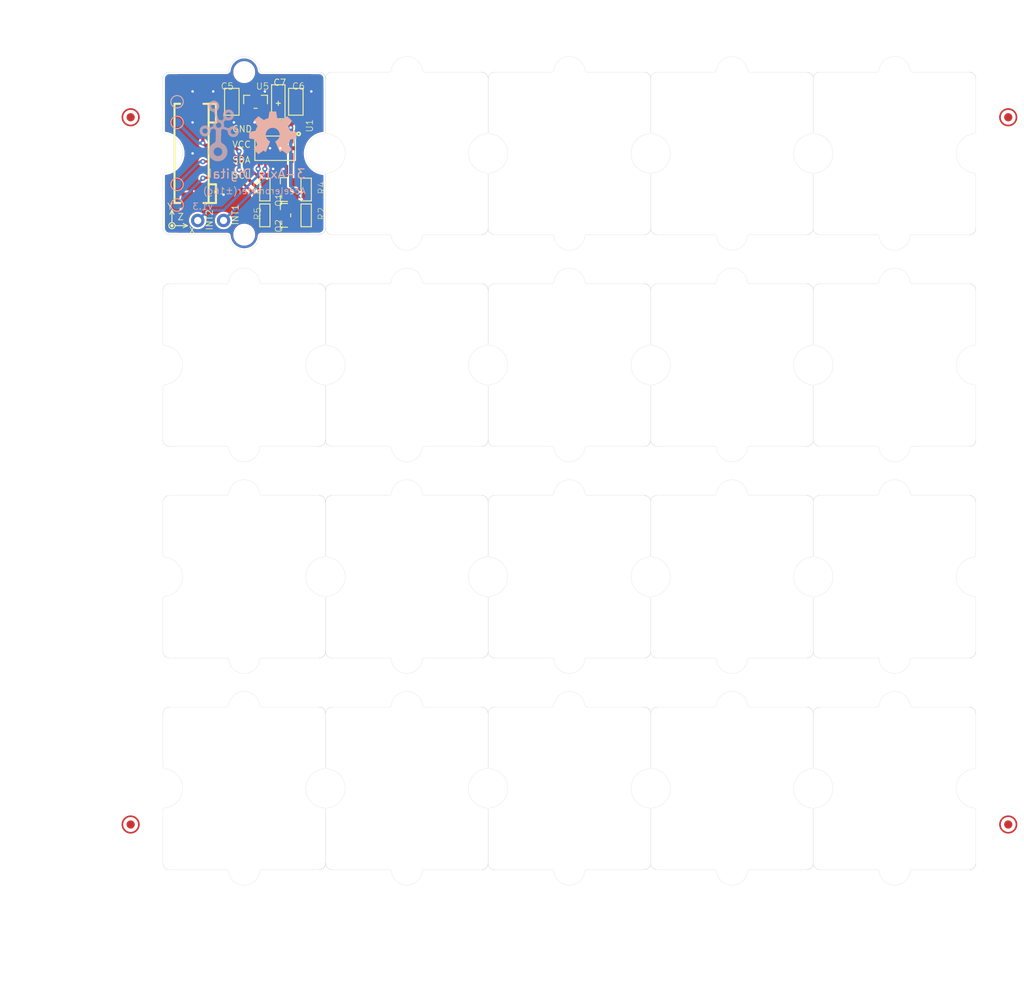
<source format=kicad_pcb>
(kicad_pcb (version 20211014) (generator pcbnew)
  (layers (0 "F.Cu" signal) (31 "B.Cu" signal) (34 "B.Paste" user) (35 "F.Paste" user) (36 "B.SilkS" user "B.Silkscreen") (37 "F.SilkS" user "F.Silkscreen") (38 "B.Mask" user) (39 "F.Mask" user) (44 "Edge.Cuts" user))
  (net 0 "")
  (net 1 "GND")
  (net 2 "SDA")
  (net 3 "SCL")
  (net 4 "VCC")
  (net 5 "INT2")
  (net 6 "INT1")
  (net 7 "SCL1")
  (net 8 "SDA1")
  (net 9 "2V5")
  (footprint "boardEagle:1U-DIM-W_-DRILL" (layer "F.Cu") (at 188.5011 65.957621)
    (fp_text reference "U$8" hide)
    (fp_text value "" hide)
    (fp_line (start -10 -2.7) (end -10 -9.2) (layer "Edge.Cuts") (width 0.0254))
    (fp_line (start 10 -2.7) (end 10 -9.2) (layer "Edge.Cuts") (width 0.0254))
    (fp_line (start 2.2 -10) (end 9.2 -10) (layer "Edge.Cuts") (width 0.0254))
    (fp_line (start 10 2.7) (end 10 9.2) (layer "Edge.Cuts") (width 0.0254))
    (fp_line (start 9.2 10) (end 2.1 10) (layer "Edge.Cuts") (width 0.0254))
    (fp_line (start -10 2.7) (end -10 9.2) (layer "Edge.Cuts") (width 0.0254))
    (fp_line (start -9.2 10) (end -2.1 10) (layer "Edge.Cuts") (width 0.0254))
    (fp_line (start -9.2 -10) (end -2.2 -10) (layer "Edge.Cuts") (width 0.0254))
    (fp_arc (start -10 -9.2) (mid -9.765685 -9.765685) (end -9.2 -10) (layer "Edge.Cuts") (width 0.0254))
    (fp_arc (start -10 -9.2) (mid -9.765685 -9.765685) (end -9.2 -10) (layer "Edge.Cuts") (width 0.0254))
    (fp_arc (start 9.7 2.4) (mid 9.912132 2.487868) (end 10 2.7) (layer "Edge.Cuts") (width 0.0254))
    (fp_arc (start 10 9.2) (mid 9.765685 9.765685) (end 9.2 10) (layer "Edge.Cuts") (width 0.0254))
    (fp_arc (start 9.2 -10) (mid 9.765685 -9.765685) (end 10 -9.2) (layer "Edge.Cuts") (width 0.0254))
    (fp_arc (start 9.7 2.4) (mid 7.581323 0) (end 9.7 -2.4) (layer "Edge.Cuts") (width 0.0254))
    (fp_arc (start -9.7 -2.4) (mid -9.912132 -2.487868) (end -10 -2.7) (layer "Edge.Cuts") (width 0.0254))
    (fp_arc (start 1.9 10.2) (mid -0.000001 11.910496) (end -1.9 10.199998) (layer "Edge.Cuts") (width 0.0254))
    (fp_arc (start 9.2 -10) (mid 9.765685 -9.765685) (end 10 -9.2) (layer "Edge.Cuts") (width 0.0254))
    (fp_arc (start 10 9.2) (mid 9.765685 9.765685) (end 9.2 10) (layer "Edge.Cuts") (width 0.0254))
    (fp_arc (start 9.2 -10) (mid 9.765685 -9.765685) (end 10 -9.2) (layer "Edge.Cuts") (width 0.0254))
    (fp_arc (start -9.2 10) (mid -9.765685 9.765685) (end -10 9.2) (layer "Edge.Cuts") (width 0.0254))
    (fp_arc (start 2.2 -10) (mid 1.987868 -10.087868) (end 1.9 -10.3) (layer "Edge.Cuts") (width 0.0254))
    (fp_arc (start -9.7 -2.4) (mid -7.581323 0) (end -9.7 2.4) (layer "Edge.Cuts") (width 0.0254))
    (fp_arc (start -9.2 10) (mid -9.765685 9.765685) (end -10 9.2) (layer "Edge.Cuts") (width 0.0254))
    (fp_arc (start -1.9 -10.3) (mid -1.987868 -10.087868) (end -2.2 -10) (layer "Edge.Cuts") (width 0.0254))
    (fp_arc (start -10 2.7) (mid -9.912132 2.487868) (end -9.7 2.4) (layer "Edge.Cuts") (width 0.0254))
    (fp_arc (start 10 9.2) (mid 9.765685 9.765685) (end 9.2 10) (layer "Edge.Cuts") (width 0.0254))
    (fp_arc (start -1.9 -10.3) (mid 0 -11.923538) (end 1.9 -10.3) (layer "Edge.Cuts") (width 0.0254))
    (fp_arc (start 10 -2.7) (mid 9.912132 -2.487868) (end 9.7 -2.4) (layer "Edge.Cuts") (width 0.0254))
    (fp_arc (start 1.9 10.2) (mid 1.958579 10.058579) (end 2.1 10) (layer "Edge.Cuts") (width 0.0254))
    (fp_arc (start -2.1 10) (mid -1.958579 10.058579) (end -1.9 10.2) (layer "Edge.Cuts") (width 0.0254))
  )
  (footprint "boardEagle:ROUND-MARK-1.0" (layer "F.Cu") (at 94.5311 61.512621)
    (fp_text reference "P6" hide)
    (fp_text value "" hide)
  )
  (footprint "boardEagle:ROUND-MARK-1.0" (layer "F.Cu") (at 94.5311 148.507621)
    (fp_text reference "P1" hide)
    (fp_text value "" hide)
  )
  (footprint "boardEagle:1U-DIM-W_-DRILL" (layer "F.Cu") (at 168.5011 144.062621)
    (fp_text reference "U$22" hide)
    (fp_text value "" hide)
    (fp_line (start 9.2 10) (end 2.1 10) (layer "Edge.Cuts") (width 0.0254))
    (fp_line (start -9.2 -10) (end -2.2 -10) (layer "Edge.Cuts") (width 0.0254))
    (fp_line (start -10 2.7) (end -10 9.2) (layer "Edge.Cuts") (width 0.0254))
    (fp_line (start -10 -2.7) (end -10 -9.2) (layer "Edge.Cuts") (width 0.0254))
    (fp_line (start -9.2 10) (end -2.1 10) (layer "Edge.Cuts") (width 0.0254))
    (fp_line (start 10 2.7) (end 10 9.2) (layer "Edge.Cuts") (width 0.0254))
    (fp_line (start 10 -2.7) (end 10 -9.2) (layer "Edge.Cuts") (width 0.0254))
    (fp_line (start 2.2 -10) (end 9.2 -10) (layer "Edge.Cuts") (width 0.0254))
    (fp_arc (start 10 -2.7) (mid 9.912132 -2.487868) (end 9.7 -2.4) (layer "Edge.Cuts") (width 0.0254))
    (fp_arc (start -10 -9.2) (mid -9.765685 -9.765685) (end -9.2 -10) (layer "Edge.Cuts") (width 0.0254))
    (fp_arc (start -10 2.7) (mid -9.912132 2.487868) (end -9.7 2.4) (layer "Edge.Cuts") (width 0.0254))
    (fp_arc (start -1.9 -10.3) (mid -1.987868 -10.087868) (end -2.2 -10) (layer "Edge.Cuts") (width 0.0254))
    (fp_arc (start 9.7 2.4) (mid 9.912132 2.487868) (end 10 2.7) (layer "Edge.Cuts") (width 0.0254))
    (fp_arc (start 10 9.2) (mid 9.765685 9.765685) (end 9.2 10) (layer "Edge.Cuts") (width 0.0254))
    (fp_arc (start 1.9 10.2) (mid -0.000001 11.910496) (end -1.9 10.199998) (layer "Edge.Cuts") (width 0.0254))
    (fp_arc (start 1.9 10.2) (mid 1.958579 10.058579) (end 2.1 10) (layer "Edge.Cuts") (width 0.0254))
    (fp_arc (start 9.2 -10) (mid 9.765685 -9.765685) (end 10 -9.2) (layer "Edge.Cuts") (width 0.0254))
    (fp_arc (start 10 9.2) (mid 9.765685 9.765685) (end 9.2 10) (layer "Edge.Cuts") (width 0.0254))
    (fp_arc (start -9.7 -2.4) (mid -9.912132 -2.487868) (end -10 -2.7) (layer "Edge.Cuts") (width 0.0254))
    (fp_arc (start 10 9.2) (mid 9.765685 9.765685) (end 9.2 10) (layer "Edge.Cuts") (width 0.0254))
    (fp_arc (start 9.2 -10) (mid 9.765685 -9.765685) (end 10 -9.2) (layer "Edge.Cuts") (width 0.0254))
    (fp_arc (start 2.2 -10) (mid 1.987868 -10.087868) (end 1.9 -10.3) (layer "Edge.Cuts") (width 0.0254))
    (fp_arc (start 9.2 -10) (mid 9.765685 -9.765685) (end 10 -9.2) (layer "Edge.Cuts") (width 0.0254))
    (fp_arc (start -9.2 10) (mid -9.765685 9.765685) (end -10 9.2) (layer "Edge.Cuts") (width 0.0254))
    (fp_arc (start -2.1 10) (mid -1.958579 10.058579) (end -1.9 10.2) (layer "Edge.Cuts") (width 0.0254))
    (fp_arc (start -1.9 -10.3) (mid 0 -11.923538) (end 1.9 -10.3) (layer "Edge.Cuts") (width 0.0254))
    (fp_arc (start -9.2 10) (mid -9.765685 9.765685) (end -10 9.2) (layer "Edge.Cuts") (width 0.0254))
    (fp_arc (start -9.7 -2.4) (mid -7.581323 0) (end -9.7 2.4) (layer "Edge.Cuts") (width 0.0254))
    (fp_arc (start -10 -9.2) (mid -9.765685 -9.765685) (end -9.2 -10) (layer "Edge.Cuts") (width 0.0254))
    (fp_arc (start 9.7 2.4) (mid 7.581323 0) (end 9.7 -2.4) (layer "Edge.Cuts") (width 0.0254))
  )
  (footprint "boardEagle:1U-DIM-W_-DRILL" (layer "F.Cu") (at 108.5011 144.062621)
    (fp_text reference "U$19" hide)
    (fp_text value "" hide)
    (fp_line (start 2.2 -10) (end 9.2 -10) (layer "Edge.Cuts") (width 0.0254))
    (fp_line (start 9.2 10) (end 2.1 10) (layer "Edge.Cuts") (width 0.0254))
    (fp_line (start -9.2 10) (end -2.1 10) (layer "Edge.Cuts") (width 0.0254))
    (fp_line (start 10 -2.7) (end 10 -9.2) (layer "Edge.Cuts") (width 0.0254))
    (fp_line (start -9.2 -10) (end -2.2 -10) (layer "Edge.Cuts") (width 0.0254))
    (fp_line (start -10 -2.7) (end -10 -9.2) (layer "Edge.Cuts") (width 0.0254))
    (fp_line (start 10 2.7) (end 10 9.2) (layer "Edge.Cuts") (width 0.0254))
    (fp_line (start -10 2.7) (end -10 9.2) (layer "Edge.Cuts") (width 0.0254))
    (fp_arc (start 10 9.2) (mid 9.765685 9.765685) (end 9.2 10) (layer "Edge.Cuts") (width 0.0254))
    (fp_arc (start -2.1 10) (mid -1.958579 10.058579) (end -1.9 10.2) (layer "Edge.Cuts") (width 0.0254))
    (fp_arc (start 1.9 10.2) (mid -0.000001 11.910496) (end -1.9 10.199998) (layer "Edge.Cuts") (width 0.0254))
    (fp_arc (start -9.2 10) (mid -9.765685 9.765685) (end -10 9.2) (layer "Edge.Cuts") (width 0.0254))
    (fp_arc (start 9.2 -10) (mid 9.765685 -9.765685) (end 10 -9.2) (layer "Edge.Cuts") (width 0.0254))
    (fp_arc (start 2.2 -10) (mid 1.987868 -10.087868) (end 1.9 -10.3) (layer "Edge.Cuts") (width 0.0254))
    (fp_arc (start 9.7 2.4) (mid 9.912132 2.487868) (end 10 2.7) (layer "Edge.Cuts") (width 0.0254))
    (fp_arc (start -9.7 -2.4) (mid -7.581323 0) (end -9.7 2.4) (layer "Edge.Cuts") (width 0.0254))
    (fp_arc (start -1.9 -10.3) (mid 0 -11.923538) (end 1.9 -10.3) (layer "Edge.Cuts") (width 0.0254))
    (fp_arc (start 10 -2.7) (mid 9.912132 -2.487868) (end 9.7 -2.4) (layer "Edge.Cuts") (width 0.0254))
    (fp_arc (start 9.2 -10) (mid 9.765685 -9.765685) (end 10 -9.2) (layer "Edge.Cuts") (width 0.0254))
    (fp_arc (start -9.2 10) (mid -9.765685 9.765685) (end -10 9.2) (layer "Edge.Cuts") (width 0.0254))
    (fp_arc (start 9.2 -10) (mid 9.765685 -9.765685) (end 10 -9.2) (layer "Edge.Cuts") (width 0.0254))
    (fp_arc (start 10 9.2) (mid 9.765685 9.765685) (end 9.2 10) (layer "Edge.Cuts") (width 0.0254))
    (fp_arc (start -9.7 -2.4) (mid -9.912132 -2.487868) (end -10 -2.7) (layer "Edge.Cuts") (width 0.0254))
    (fp_arc (start 1.9 10.2) (mid 1.958579 10.058579) (end 2.1 10) (layer "Edge.Cuts") (width 0.0254))
    (fp_arc (start -10 -9.2) (mid -9.765685 -9.765685) (end -9.2 -10) (layer "Edge.Cuts") (width 0.0254))
    (fp_arc (start 9.7 2.4) (mid 7.581323 0) (end 9.7 -2.4) (layer "Edge.Cuts") (width 0.0254))
    (fp_arc (start 10 9.2) (mid 9.765685 9.765685) (end 9.2 10) (layer "Edge.Cuts") (width 0.0254))
    (fp_arc (start -1.9 -10.3) (mid -1.987868 -10.087868) (end -2.2 -10) (layer "Edge.Cuts") (width 0.0254))
    (fp_arc (start -10 -9.2) (mid -9.765685 -9.765685) (end -9.2 -10) (layer "Edge.Cuts") (width 0.0254))
    (fp_arc (start -10 2.7) (mid -9.912132 2.487868) (end -9.7 2.4) (layer "Edge.Cuts") (width 0.0254))
  )
  (footprint "boardEagle:1U-DIM-W_-DRILL" (layer "F.Cu") (at 168.5011 118.027621)
    (fp_text reference "U$17" hide)
    (fp_text value "" hide)
    (fp_line (start 10 2.7) (end 10 9.2) (layer "Edge.Cuts") (width 0.0254))
    (fp_line (start 2.2 -10) (end 9.2 -10) (layer "Edge.Cuts") (width 0.0254))
    (fp_line (start 10 -2.7) (end 10 -9.2) (layer "Edge.Cuts") (width 0.0254))
    (fp_line (start -10 2.7) (end -10 9.2) (layer "Edge.Cuts") (width 0.0254))
    (fp_line (start -9.2 10) (end -2.1 10) (layer "Edge.Cuts") (width 0.0254))
    (fp_line (start 9.2 10) (end 2.1 10) (layer "Edge.Cuts") (width 0.0254))
    (fp_line (start -10 -2.7) (end -10 -9.2) (layer "Edge.Cuts") (width 0.0254))
    (fp_line (start -9.2 -10) (end -2.2 -10) (layer "Edge.Cuts") (width 0.0254))
    (fp_arc (start 9.2 -10) (mid 9.765685 -9.765685) (end 10 -9.2) (layer "Edge.Cuts") (width 0.0254))
    (fp_arc (start 10 9.2) (mid 9.765685 9.765685) (end 9.2 10) (layer "Edge.Cuts") (width 0.0254))
    (fp_arc (start -1.9 -10.3) (mid 0 -11.923538) (end 1.9 -10.3) (layer "Edge.Cuts") (width 0.0254))
    (fp_arc (start 9.2 -10) (mid 9.765685 -9.765685) (end 10 -9.2) (layer "Edge.Cuts") (width 0.0254))
    (fp_arc (start 9.2 -10) (mid 9.765685 -9.765685) (end 10 -9.2) (layer "Edge.Cuts") (width 0.0254))
    (fp_arc (start -10 2.7) (mid -9.912132 2.487868) (end -9.7 2.4) (layer "Edge.Cuts") (width 0.0254))
    (fp_arc (start 2.2 -10) (mid 1.987868 -10.087868) (end 1.9 -10.3) (layer "Edge.Cuts") (width 0.0254))
    (fp_arc (start -9.7 -2.4) (mid -9.912132 -2.487868) (end -10 -2.7) (layer "Edge.Cuts") (width 0.0254))
    (fp_arc (start 1.9 10.2) (mid 1.958579 10.058579) (end 2.1 10) (layer "Edge.Cuts") (width 0.0254))
    (fp_arc (start 1.9 10.2) (mid -0.000001 11.910496) (end -1.9 10.199998) (layer "Edge.Cuts") (width 0.0254))
    (fp_arc (start -9.2 10) (mid -9.765685 9.765685) (end -10 9.2) (layer "Edge.Cuts") (width 0.0254))
    (fp_arc (start 10 -2.7) (mid 9.912132 -2.487868) (end 9.7 -2.4) (layer "Edge.Cuts") (width 0.0254))
    (fp_arc (start 9.7 2.4) (mid 9.912132 2.487868) (end 10 2.7) (layer "Edge.Cuts") (width 0.0254))
    (fp_arc (start -1.9 -10.3) (mid -1.987868 -10.087868) (end -2.2 -10) (layer "Edge.Cuts") (width 0.0254))
    (fp_arc (start -10 -9.2) (mid -9.765685 -9.765685) (end -9.2 -10) (layer "Edge.Cuts") (width 0.0254))
    (fp_arc (start -9.2 10) (mid -9.765685 9.765685) (end -10 9.2) (layer "Edge.Cuts") (width 0.0254))
    (fp_arc (start -9.7 -2.4) (mid -7.581323 0) (end -9.7 2.4) (layer "Edge.Cuts") (width 0.0254))
    (fp_arc (start -10 -9.2) (mid -9.765685 -9.765685) (end -9.2 -10) (layer "Edge.Cuts") (width 0.0254))
    (fp_arc (start 10 9.2) (mid 9.765685 9.765685) (end 9.2 10) (layer "Edge.Cuts") (width 0.0254))
    (fp_arc (start 10 9.2) (mid 9.765685 9.765685) (end 9.2 10) (layer "Edge.Cuts") (width 0.0254))
    (fp_arc (start 9.7 2.4) (mid 7.581323 0) (end 9.7 -2.4) (layer "Edge.Cuts") (width 0.0254))
    (fp_arc (start -2.1 10) (mid -1.958579 10.058579) (end -1.9 10.2) (layer "Edge.Cuts") (width 0.0254))
  )
  (footprint "boardEagle:R0603" (layer "F.Cu") (at 116.1211 70.402621 -90)
    (fp_text reference "R2")
    (fp_text value "4.7K")
  )
  (footprint "" (layer "F.Cu") (at 202.4811 153.587621)
    (fp_text reference "@HOLE3" hide)
    (fp_text value "")
  )
  (footprint "boardEagle:SOT23" (layer "F.Cu") (at 113.5811 73.577621 90)
    (fp_text reference "Q2")
    (fp_text value "2N7002")
  )
  (footprint "boardEagle:SOT23" (layer "F.Cu") (at 109.8981 59.607621)
    (fp_text reference "U5")
    (fp_text value "XC6206P252MR-G")
  )
  (footprint "boardEagle:4P-SMD-2.0" (layer "F.Cu") (at 105.3261 65.957621 90)
    (fp_text reference "J1")
    (fp_text value "SMD Grove")
  )
  (footprint "boardEagle:1P-65_35MIL" (layer "F.Cu") (at 105.9611 74.212621 -90)
    (fp_text reference "P3" hide)
    (fp_text value "DNP" hide)
  )
  (footprint "boardEagle:1U-DIM-W_-DRILL" (layer "F.Cu") (at 108.5011 65.957621)
    (fp_text reference "U$4" hide)
    (fp_text value "" hide)
    (fp_line (start 9.2 10) (end 2.1 10) (layer "Edge.Cuts") (width 0.0254))
    (fp_line (start -10 2.7) (end -10 9.2) (layer "Edge.Cuts") (width 0.0254))
    (fp_line (start -9.2 10) (end -2.1 10) (layer "Edge.Cuts") (width 0.0254))
    (fp_line (start 10 -2.7) (end 10 -9.2) (layer "Edge.Cuts") (width 0.0254))
    (fp_line (start -10 -2.7) (end -10 -9.2) (layer "Edge.Cuts") (width 0.0254))
    (fp_line (start 2.2 -10) (end 9.2 -10) (layer "Edge.Cuts") (width 0.0254))
    (fp_line (start -9.2 -10) (end -2.2 -10) (layer "Edge.Cuts") (width 0.0254))
    (fp_line (start 10 2.7) (end 10 9.2) (layer "Edge.Cuts") (width 0.0254))
    (fp_arc (start 9.2 -10) (mid 9.765685 -9.765685) (end 10 -9.2) (layer "Edge.Cuts") (width 0.0254))
    (fp_arc (start 1.9 10.2) (mid 1.958579 10.058579) (end 2.1 10) (layer "Edge.Cuts") (width 0.0254))
    (fp_arc (start 10 9.2) (mid 9.765685 9.765685) (end 9.2 10) (layer "Edge.Cuts") (width 0.0254))
    (fp_arc (start 2.2 -10) (mid 1.987868 -10.087868) (end 1.9 -10.3) (layer "Edge.Cuts") (width 0.0254))
    (fp_arc (start -9.7 -2.4) (mid -9.912132 -2.487868) (end -10 -2.7) (layer "Edge.Cuts") (width 0.0254))
    (fp_arc (start -9.2 10) (mid -9.765685 9.765685) (end -10 9.2) (layer "Edge.Cuts") (width 0.0254))
    (fp_arc (start 1.9 10.2) (mid -0.000001 11.910496) (end -1.9 10.199998) (layer "Edge.Cuts") (width 0.0254))
    (fp_arc (start -9.2 10) (mid -9.765685 9.765685) (end -10 9.2) (layer "Edge.Cuts") (width 0.0254))
    (fp_arc (start -2.1 10) (mid -1.958579 10.058579) (end -1.9 10.2) (layer "Edge.Cuts") (width 0.0254))
    (fp_arc (start -10 -9.2) (mid -9.765685 -9.765685) (end -9.2 -10) (layer "Edge.Cuts") (width 0.0254))
    (fp_arc (start -10 -9.2) (mid -9.765685 -9.765685) (end -9.2 -10) (layer "Edge.Cuts") (width 0.0254))
    (fp_arc (start 10 9.2) (mid 9.765685 9.765685) (end 9.2 10) (layer "Edge.Cuts") (width 0.0254))
    (fp_arc (start 9.7 2.4) (mid 9.912132 2.487868) (end 10 2.7) (layer "Edge.Cuts") (width 0.0254))
    (fp_arc (start 9.2 -10) (mid 9.765685 -9.765685) (end 10 -9.2) (layer "Edge.Cuts") (width 0.0254))
    (fp_arc (start -9.7 -2.4) (mid -7.581323 0) (end -9.7 2.4) (layer "Edge.Cuts") (width 0.0254))
    (fp_arc (start 10 9.2) (mid 9.765685 9.765685) (end 9.2 10) (layer "Edge.Cuts") (width 0.0254))
    (fp_arc (start -1.9 -10.3) (mid 0 -11.923538) (end 1.9 -10.3) (layer "Edge.Cuts") (width 0.0254))
    (fp_arc (start -10 2.7) (mid -9.912132 2.487868) (end -9.7 2.4) (layer "Edge.Cuts") (width 0.0254))
    (fp_arc (start 10 -2.7) (mid 9.912132 -2.487868) (end 9.7 -2.4) (layer "Edge.Cuts") (width 0.0254))
    (fp_arc (start -1.9 -10.3) (mid -1.987868 -10.087868) (end -2.2 -10) (layer "Edge.Cuts") (width 0.0254))
    (fp_arc (start 9.7 2.4) (mid 7.581323 0) (end 9.7 -2.4) (layer "Edge.Cuts") (width 0.0254))
    (fp_arc (start 9.2 -10) (mid 9.765685 -9.765685) (end 10 -9.2) (layer "Edge.Cuts") (width 0.0254))
  )
  (footprint "boardEagle:C0805" (layer "F.Cu") (at 106.9771 59.607621 -90)
    (fp_text reference "C5")
    (fp_text value "10uF")
  )
  (footprint "boardEagle:1U-DIM-W_-DRILL" (layer "F.Cu") (at 148.5011 91.992621)
    (fp_text reference "U$11" hide)
    (fp_text value "" hide)
    (fp_line (start 2.2 -10) (end 9.2 -10) (layer "Edge.Cuts") (width 0.0254))
    (fp_line (start -9.2 -10) (end -2.2 -10) (layer "Edge.Cuts") (width 0.0254))
    (fp_line (start -10 2.7) (end -10 9.2) (layer "Edge.Cuts") (width 0.0254))
    (fp_line (start -10 -2.7) (end -10 -9.2) (layer "Edge.Cuts") (width 0.0254))
    (fp_line (start 9.2 10) (end 2.1 10) (layer "Edge.Cuts") (width 0.0254))
    (fp_line (start 10 -2.7) (end 10 -9.2) (layer "Edge.Cuts") (width 0.0254))
    (fp_line (start 10 2.7) (end 10 9.2) (layer "Edge.Cuts") (width 0.0254))
    (fp_line (start -9.2 10) (end -2.1 10) (layer "Edge.Cuts") (width 0.0254))
    (fp_arc (start 10 9.2) (mid 9.765685 9.765685) (end 9.2 10) (layer "Edge.Cuts") (width 0.0254))
    (fp_arc (start -10 -9.2) (mid -9.765685 -9.765685) (end -9.2 -10) (layer "Edge.Cuts") (width 0.0254))
    (fp_arc (start -10 -9.2) (mid -9.765685 -9.765685) (end -9.2 -10) (layer "Edge.Cuts") (width 0.0254))
    (fp_arc (start 9.7 2.4) (mid 9.912132 2.487868) (end 10 2.7) (layer "Edge.Cuts") (width 0.0254))
    (fp_arc (start 9.2 -10) (mid 9.765685 -9.765685) (end 10 -9.2) (layer "Edge.Cuts") (width 0.0254))
    (fp_arc (start -1.9 -10.3) (mid -1.987868 -10.087868) (end -2.2 -10) (layer "Edge.Cuts") (width 0.0254))
    (fp_arc (start 10 9.2) (mid 9.765685 9.765685) (end 9.2 10) (layer "Edge.Cuts") (width 0.0254))
    (fp_arc (start -9.2 10) (mid -9.765685 9.765685) (end -10 9.2) (layer "Edge.Cuts") (width 0.0254))
    (fp_arc (start -1.9 -10.3) (mid 0 -11.923538) (end 1.9 -10.3) (layer "Edge.Cuts") (width 0.0254))
    (fp_arc (start 10 -2.7) (mid 9.912132 -2.487868) (end 9.7 -2.4) (layer "Edge.Cuts") (width 0.0254))
    (fp_arc (start 9.2 -10) (mid 9.765685 -9.765685) (end 10 -9.2) (layer "Edge.Cuts") (width 0.0254))
    (fp_arc (start 1.9 10.2) (mid -0.000001 11.910496) (end -1.9 10.199998) (layer "Edge.Cuts") (width 0.0254))
    (fp_arc (start -9.2 10) (mid -9.765685 9.765685) (end -10 9.2) (layer "Edge.Cuts") (width 0.0254))
    (fp_arc (start -9.7 -2.4) (mid -7.581323 0) (end -9.7 2.4) (layer "Edge.Cuts") (width 0.0254))
    (fp_arc (start 9.7 2.4) (mid 7.581323 0) (end 9.7 -2.4) (layer "Edge.Cuts") (width 0.0254))
    (fp_arc (start 1.9 10.2) (mid 1.958579 10.058579) (end 2.1 10) (layer "Edge.Cuts") (width 0.0254))
    (fp_arc (start 9.2 -10) (mid 9.765685 -9.765685) (end 10 -9.2) (layer "Edge.Cuts") (width 0.0254))
    (fp_arc (start -9.7 -2.4) (mid -9.912132 -2.487868) (end -10 -2.7) (layer "Edge.Cuts") (width 0.0254))
    (fp_arc (start -2.1 10) (mid -1.958579 10.058579) (end -1.9 10.2) (layer "Edge.Cuts") (width 0.0254))
    (fp_arc (start 10 9.2) (mid 9.765685 9.765685) (end 9.2 10) (layer "Edge.Cuts") (width 0.0254))
    (fp_arc (start 2.2 -10) (mid 1.987868 -10.087868) (end 1.9 -10.3) (layer "Edge.Cuts") (width 0.0254))
    (fp_arc (start -10 2.7) (mid -9.912132 2.487868) (end -9.7 2.4) (layer "Edge.Cuts") (width 0.0254))
  )
  (footprint "boardEagle:1U-DIM-W_-DRILL" (layer "F.Cu") (at 148.5011 65.957621)
    (fp_text reference "U$6" hide)
    (fp_text value "" hide)
    (fp_line (start -9.2 10) (end -2.1 10) (layer "Edge.Cuts") (width 0.0254))
    (fp_line (start 10 -2.7) (end 10 -9.2) (layer "Edge.Cuts") (width 0.0254))
    (fp_line (start -10 -2.7) (end -10 -9.2) (layer "Edge.Cuts") (width 0.0254))
    (fp_line (start 10 2.7) (end 10 9.2) (layer "Edge.Cuts") (width 0.0254))
    (fp_line (start 2.2 -10) (end 9.2 -10) (layer "Edge.Cuts") (width 0.0254))
    (fp_line (start 9.2 10) (end 2.1 10) (layer "Edge.Cuts") (width 0.0254))
    (fp_line (start -10 2.7) (end -10 9.2) (layer "Edge.Cuts") (width 0.0254))
    (fp_line (start -9.2 -10) (end -2.2 -10) (layer "Edge.Cuts") (width 0.0254))
    (fp_arc (start -2.1 10) (mid -1.958579 10.058579) (end -1.9 10.2) (layer "Edge.Cuts") (width 0.0254))
    (fp_arc (start -9.7 -2.4) (mid -7.581323 0) (end -9.7 2.4) (layer "Edge.Cuts") (width 0.0254))
    (fp_arc (start 9.2 -10) (mid 9.765685 -9.765685) (end 10 -9.2) (layer "Edge.Cuts") (width 0.0254))
    (fp_arc (start -10 -9.2) (mid -9.765685 -9.765685) (end -9.2 -10) (layer "Edge.Cuts") (width 0.0254))
    (fp_arc (start -9.2 10) (mid -9.765685 9.765685) (end -10 9.2) (layer "Edge.Cuts") (width 0.0254))
    (fp_arc (start 9.7 2.4) (mid 7.581323 0) (end 9.7 -2.4) (layer "Edge.Cuts") (width 0.0254))
    (fp_arc (start 9.7 2.4) (mid 9.912132 2.487868) (end 10 2.7) (layer "Edge.Cuts") (width 0.0254))
    (fp_arc (start 1.9 10.2) (mid 1.958579 10.058579) (end 2.1 10) (layer "Edge.Cuts") (width 0.0254))
    (fp_arc (start -9.7 -2.4) (mid -9.912132 -2.487868) (end -10 -2.7) (layer "Edge.Cuts") (width 0.0254))
    (fp_arc (start 10 -2.7) (mid 9.912132 -2.487868) (end 9.7 -2.4) (layer "Edge.Cuts") (width 0.0254))
    (fp_arc (start 10 9.2) (mid 9.765685 9.765685) (end 9.2 10) (layer "Edge.Cuts") (width 0.0254))
    (fp_arc (start -1.9 -10.3) (mid 0 -11.923538) (end 1.9 -10.3) (layer "Edge.Cuts") (width 0.0254))
    (fp_arc (start -1.9 -10.3) (mid -1.987868 -10.087868) (end -2.2 -10) (layer "Edge.Cuts") (width 0.0254))
    (fp_arc (start 9.2 -10) (mid 9.765685 -9.765685) (end 10 -9.2) (layer "Edge.Cuts") (width 0.0254))
    (fp_arc (start 9.2 -10) (mid 9.765685 -9.765685) (end 10 -9.2) (layer "Edge.Cuts") (width 0.0254))
    (fp_arc (start -10 -9.2) (mid -9.765685 -9.765685) (end -9.2 -10) (layer "Edge.Cuts") (width 0.0254))
    (fp_arc (start -9.2 10) (mid -9.765685 9.765685) (end -10 9.2) (layer "Edge.Cuts") (width 0.0254))
    (fp_arc (start -10 2.7) (mid -9.912132 2.487868) (end -9.7 2.4) (layer "Edge.Cuts") (width 0.0254))
    (fp_arc (start 2.2 -10) (mid 1.987868 -10.087868) (end 1.9 -10.3) (layer "Edge.Cuts") (width 0.0254))
    (fp_arc (start 10 9.2) (mid 9.765685 9.765685) (end 9.2 10) (layer "Edge.Cuts") (width 0.0254))
    (fp_arc (start 1.9 10.2) (mid -0.000001 11.910496) (end -1.9 10.199998) (layer "Edge.Cuts") (width 0.0254))
    (fp_arc (start 10 9.2) (mid 9.765685 9.765685) (end 9.2 10) (layer "Edge.Cuts") (width 0.0254))
  )
  (footprint "boardEagle:1U-DIM-W_-DRILL" (layer "F.Cu") (at 128.5011 65.957621)
    (fp_text reference "U$5" hide)
    (fp_text value "" hide)
    (fp_line (start -10 2.7) (end -10 9.2) (layer "Edge.Cuts") (width 0.0254))
    (fp_line (start 10 2.7) (end 10 9.2) (layer "Edge.Cuts") (width 0.0254))
    (fp_line (start 2.2 -10) (end 9.2 -10) (layer "Edge.Cuts") (width 0.0254))
    (fp_line (start -9.2 -10) (end -2.2 -10) (layer "Edge.Cuts") (width 0.0254))
    (fp_line (start -9.2 10) (end -2.1 10) (layer "Edge.Cuts") (width 0.0254))
    (fp_line (start 10 -2.7) (end 10 -9.2) (layer "Edge.Cuts") (width 0.0254))
    (fp_line (start 9.2 10) (end 2.1 10) (layer "Edge.Cuts") (width 0.0254))
    (fp_line (start -10 -2.7) (end -10 -9.2) (layer "Edge.Cuts") (width 0.0254))
    (fp_arc (start -9.7 -2.4) (mid -7.581323 0) (end -9.7 2.4) (layer "Edge.Cuts") (width 0.0254))
    (fp_arc (start -9.2 10) (mid -9.765685 9.765685) (end -10 9.2) (layer "Edge.Cuts") (width 0.0254))
    (fp_arc (start -10 -9.2) (mid -9.765685 -9.765685) (end -9.2 -10) (layer "Edge.Cuts") (width 0.0254))
    (fp_arc (start -10 2.7) (mid -9.912132 2.487868) (end -9.7 2.4) (layer "Edge.Cuts") (width 0.0254))
    (fp_arc (start -2.1 10) (mid -1.958579 10.058579) (end -1.9 10.2) (layer "Edge.Cuts") (width 0.0254))
    (fp_arc (start 9.2 -10) (mid 9.765685 -9.765685) (end 10 -9.2) (layer "Edge.Cuts") (width 0.0254))
    (fp_arc (start 10 9.2) (mid 9.765685 9.765685) (end 9.2 10) (layer "Edge.Cuts") (width 0.0254))
    (fp_arc (start 10 -2.7) (mid 9.912132 -2.487868) (end 9.7 -2.4) (layer "Edge.Cuts") (width 0.0254))
    (fp_arc (start 10 9.2) (mid 9.765685 9.765685) (end 9.2 10) (layer "Edge.Cuts") (width 0.0254))
    (fp_arc (start 1.9 10.2) (mid -0.000001 11.910496) (end -1.9 10.199998) (layer "Edge.Cuts") (width 0.0254))
    (fp_arc (start 9.7 2.4) (mid 7.581323 0) (end 9.7 -2.4) (layer "Edge.Cuts") (width 0.0254))
    (fp_arc (start 9.7 2.4) (mid 9.912132 2.487868) (end 10 2.7) (layer "Edge.Cuts") (width 0.0254))
    (fp_arc (start -1.9 -10.3) (mid 0 -11.923538) (end 1.9 -10.3) (layer "Edge.Cuts") (width 0.0254))
    (fp_arc (start -10 -9.2) (mid -9.765685 -9.765685) (end -9.2 -10) (layer "Edge.Cuts") (width 0.0254))
    (fp_arc (start -9.7 -2.4) (mid -9.912132 -2.487868) (end -10 -2.7) (layer "Edge.Cuts") (width 0.0254))
    (fp_arc (start 9.2 -10) (mid 9.765685 -9.765685) (end 10 -9.2) (layer "Edge.Cuts") (width 0.0254))
    (fp_arc (start 9.2 -10) (mid 9.765685 -9.765685) (end 10 -9.2) (layer "Edge.Cuts") (width 0.0254))
    (fp_arc (start -9.2 10) (mid -9.765685 9.765685) (end -10 9.2) (layer "Edge.Cuts") (width 0.0254))
    (fp_arc (start 10 9.2) (mid 9.765685 9.765685) (end 9.2 10) (layer "Edge.Cuts") (width 0.0254))
    (fp_arc (start -1.9 -10.3) (mid -1.987868 -10.087868) (end -2.2 -10) (layer "Edge.Cuts") (width 0.0254))
    (fp_arc (start 2.2 -10) (mid 1.987868 -10.087868) (end 1.9 -10.3) (layer "Edge.Cuts") (width 0.0254))
    (fp_arc (start 1.9 10.2) (mid 1.958579 10.058579) (end 2.1 10) (layer "Edge.Cuts") (width 0.0254))
  )
  (footprint "boardEagle:AVX-A" (layer "F.Cu") (at 112.6921 59.607621 90)
    (fp_text reference "C7")
    (fp_text value "DNP")
  )
  (footprint "boardEagle:R0603" (layer "F.Cu") (at 111.0411 70.402621 -90)
    (fp_text reference "R3")
    (fp_text value "4.7K")
  )
  (footprint "" (layer "F.Cu") (at 94.5311 153.587621)
    (fp_text reference "@HOLE0" hide)
    (fp_text value "")
  )
  (footprint "" (layer "F.Cu") (at 202.4811 56.432621)
    (fp_text reference "@HOLE2" hide)
    (fp_text value "")
  )
  (footprint "boardEagle:1U-DIM-W_-DRILL" (layer "F.Cu") (at 148.5011 144.062621)
    (fp_text reference "U$21" hide)
    (fp_text value "" hide)
    (fp_line (start -9.2 10) (end -2.1 10) (layer "Edge.Cuts") (width 0.0254))
    (fp_line (start -9.2 -10) (end -2.2 -10) (layer "Edge.Cuts") (width 0.0254))
    (fp_line (start 10 -2.7) (end 10 -9.2) (layer "Edge.Cuts") (width 0.0254))
    (fp_line (start 2.2 -10) (end 9.2 -10) (layer "Edge.Cuts") (width 0.0254))
    (fp_line (start 10 2.7) (end 10 9.2) (layer "Edge.Cuts") (width 0.0254))
    (fp_line (start -10 2.7) (end -10 9.2) (layer "Edge.Cuts") (width 0.0254))
    (fp_line (start -10 -2.7) (end -10 -9.2) (layer "Edge.Cuts") (width 0.0254))
    (fp_line (start 9.2 10) (end 2.1 10) (layer "Edge.Cuts") (width 0.0254))
    (fp_arc (start 10 9.2) (mid 9.765685 9.765685) (end 9.2 10) (layer "Edge.Cuts") (width 0.0254))
    (fp_arc (start 10 -2.7) (mid 9.912132 -2.487868) (end 9.7 -2.4) (layer "Edge.Cuts") (width 0.0254))
    (fp_arc (start 10 9.2) (mid 9.765685 9.765685) (end 9.2 10) (layer "Edge.Cuts") (width 0.0254))
    (fp_arc (start -9.7 -2.4) (mid -9.912132 -2.487868) (end -10 -2.7) (layer "Edge.Cuts") (width 0.0254))
    (fp_arc (start 9.7 2.4) (mid 7.581323 0) (end 9.7 -2.4) (layer "Edge.Cuts") (width 0.0254))
    (fp_arc (start -10 2.7) (mid -9.912132 2.487868) (end -9.7 2.4) (layer "Edge.Cuts") (width 0.0254))
    (fp_arc (start -10 -9.2) (mid -9.765685 -9.765685) (end -9.2 -10) (layer "Edge.Cuts") (width 0.0254))
    (fp_arc (start -9.2 10) (mid -9.765685 9.765685) (end -10 9.2) (layer "Edge.Cuts") (width 0.0254))
    (fp_arc (start 9.7 2.4) (mid 9.912132 2.487868) (end 10 2.7) (layer "Edge.Cuts") (width 0.0254))
    (fp_arc (start 9.2 -10) (mid 9.765685 -9.765685) (end 10 -9.2) (layer "Edge.Cuts") (width 0.0254))
    (fp_arc (start 9.2 -10) (mid 9.765685 -9.765685) (end 10 -9.2) (layer "Edge.Cuts") (width 0.0254))
    (fp_arc (start 9.2 -10) (mid 9.765685 -9.765685) (end 10 -9.2) (layer "Edge.Cuts") (width 0.0254))
    (fp_arc (start -1.9 -10.3) (mid -1.987868 -10.087868) (end -2.2 -10) (layer "Edge.Cuts") (width 0.0254))
    (fp_arc (start -1.9 -10.3) (mid 0 -11.923538) (end 1.9 -10.3) (layer "Edge.Cuts") (width 0.0254))
    (fp_arc (start -10 -9.2) (mid -9.765685 -9.765685) (end -9.2 -10) (layer "Edge.Cuts") (width 0.0254))
    (fp_arc (start -9.2 10) (mid -9.765685 9.765685) (end -10 9.2) (layer "Edge.Cuts") (width 0.0254))
    (fp_arc (start -2.1 10) (mid -1.958579 10.058579) (end -1.9 10.2) (layer "Edge.Cuts") (width 0.0254))
    (fp_arc (start 1.9 10.2) (mid -0.000001 11.910496) (end -1.9 10.199998) (layer "Edge.Cuts") (width 0.0254))
    (fp_arc (start 2.2 -10) (mid 1.987868 -10.087868) (end 1.9 -10.3) (layer "Edge.Cuts") (width 0.0254))
    (fp_arc (start -9.7 -2.4) (mid -7.581323 0) (end -9.7 2.4) (layer "Edge.Cuts") (width 0.0254))
    (fp_arc (start 1.9 10.2) (mid 1.958579 10.058579) (end 2.1 10) (layer "Edge.Cuts") (width 0.0254))
    (fp_arc (start 10 9.2) (mid 9.765685 9.765685) (end 9.2 10) (layer "Edge.Cuts") (width 0.0254))
  )
  (footprint "boardEagle:R0603" (layer "F.Cu") (at 111.0411 73.577621 90)
    (fp_text reference "R5")
    (fp_text value "4.7K")
  )
  (footprint "boardEagle:1U-DIM-W_-DRILL" (layer "F.Cu") (at 128.5011 144.062621)
    (fp_text reference "U$20" hide)
    (fp_text value "" hide)
    (fp_line (start 10 2.7) (end 10 9.2) (layer "Edge.Cuts") (width 0.0254))
    (fp_line (start -10 2.7) (end -10 9.2) (layer "Edge.Cuts") (width 0.0254))
    (fp_line (start -9.2 10) (end -2.1 10) (layer "Edge.Cuts") (width 0.0254))
    (fp_line (start -9.2 -10) (end -2.2 -10) (layer "Edge.Cuts") (width 0.0254))
    (fp_line (start 10 -2.7) (end 10 -9.2) (layer "Edge.Cuts") (width 0.0254))
    (fp_line (start -10 -2.7) (end -10 -9.2) (layer "Edge.Cuts") (width 0.0254))
    (fp_line (start 2.2 -10) (end 9.2 -10) (layer "Edge.Cuts") (width 0.0254))
    (fp_line (start 9.2 10) (end 2.1 10) (layer "Edge.Cuts") (width 0.0254))
    (fp_arc (start -2.1 10) (mid -1.958579 10.058579) (end -1.9 10.2) (layer "Edge.Cuts") (width 0.0254))
    (fp_arc (start 9.2 -10) (mid 9.765685 -9.765685) (end 10 -9.2) (layer "Edge.Cuts") (width 0.0254))
    (fp_arc (start 10 9.2) (mid 9.765685 9.765685) (end 9.2 10) (layer "Edge.Cuts") (width 0.0254))
    (fp_arc (start 9.2 -10) (mid 9.765685 -9.765685) (end 10 -9.2) (layer "Edge.Cuts") (width 0.0254))
    (fp_arc (start -10 -9.2) (mid -9.765685 -9.765685) (end -9.2 -10) (layer "Edge.Cuts") (width 0.0254))
    (fp_arc (start 1.9 10.2) (mid 1.958579 10.058579) (end 2.1 10) (layer "Edge.Cuts") (width 0.0254))
    (fp_arc (start 10 -2.7) (mid 9.912132 -2.487868) (end 9.7 -2.4) (layer "Edge.Cuts") (width 0.0254))
    (fp_arc (start 10 9.2) (mid 9.765685 9.765685) (end 9.2 10) (layer "Edge.Cuts") (width 0.0254))
    (fp_arc (start -9.2 10) (mid -9.765685 9.765685) (end -10 9.2) (layer "Edge.Cuts") (width 0.0254))
    (fp_arc (start -10 -9.2) (mid -9.765685 -9.765685) (end -9.2 -10) (layer "Edge.Cuts") (width 0.0254))
    (fp_arc (start -1.9 -10.3) (mid 0 -11.923538) (end 1.9 -10.3) (layer "Edge.Cuts") (width 0.0254))
    (fp_arc (start 9.7 2.4) (mid 7.581323 0) (end 9.7 -2.4) (layer "Edge.Cuts") (width 0.0254))
    (fp_arc (start -10 2.7) (mid -9.912132 2.487868) (end -9.7 2.4) (layer "Edge.Cuts") (width 0.0254))
    (fp_arc (start 9.7 2.4) (mid 9.912132 2.487868) (end 10 2.7) (layer "Edge.Cuts") (width 0.0254))
    (fp_arc (start -1.9 -10.3) (mid -1.987868 -10.087868) (end -2.2 -10) (layer "Edge.Cuts") (width 0.0254))
    (fp_arc (start -9.7 -2.4) (mid -9.912132 -2.487868) (end -10 -2.7) (layer "Edge.Cuts") (width 0.0254))
    (fp_arc (start 1.9 10.2) (mid -0.000001 11.910496) (end -1.9 10.199998) (layer "Edge.Cuts") (width 0.0254))
    (fp_arc (start -9.2 10) (mid -9.765685 9.765685) (end -10 9.2) (layer "Edge.Cuts") (width 0.0254))
    (fp_arc (start 9.2 -10) (mid 9.765685 -9.765685) (end 10 -9.2) (layer "Edge.Cuts") (width 0.0254))
    (fp_arc (start 10 9.2) (mid 9.765685 9.765685) (end 9.2 10) (layer "Edge.Cuts") (width 0.0254))
    (fp_arc (start 2.2 -10) (mid 1.987868 -10.087868) (end 1.9 -10.3) (layer "Edge.Cuts") (width 0.0254))
    (fp_arc (start -9.7 -2.4) (mid -7.581323 0) (end -9.7 2.4) (layer "Edge.Cuts") (width 0.0254))
  )
  (footprint "boardEagle:1U-DIM-W_-DRILL" (layer "F.Cu") (at 128.5011 118.027621)
    (fp_text reference "U$15" hide)
    (fp_text value "" hide)
    (fp_line (start 10 2.7) (end 10 9.2) (layer "Edge.Cuts") (width 0.0254))
    (fp_line (start 10 -2.7) (end 10 -9.2) (layer "Edge.Cuts") (width 0.0254))
    (fp_line (start 2.2 -10) (end 9.2 -10) (layer "Edge.Cuts") (width 0.0254))
    (fp_line (start -10 2.7) (end -10 9.2) (layer "Edge.Cuts") (width 0.0254))
    (fp_line (start -10 -2.7) (end -10 -9.2) (layer "Edge.Cuts") (width 0.0254))
    (fp_line (start 9.2 10) (end 2.1 10) (layer "Edge.Cuts") (width 0.0254))
    (fp_line (start -9.2 -10) (end -2.2 -10) (layer "Edge.Cuts") (width 0.0254))
    (fp_line (start -9.2 10) (end -2.1 10) (layer "Edge.Cuts") (width 0.0254))
    (fp_arc (start -10 -9.2) (mid -9.765685 -9.765685) (end -9.2 -10) (layer "Edge.Cuts") (width 0.0254))
    (fp_arc (start -10 2.7) (mid -9.912132 2.487868) (end -9.7 2.4) (layer "Edge.Cuts") (width 0.0254))
    (fp_arc (start 10 9.2) (mid 9.765685 9.765685) (end 9.2 10) (layer "Edge.Cuts") (width 0.0254))
    (fp_arc (start 9.7 2.4) (mid 9.912132 2.487868) (end 10 2.7) (layer "Edge.Cuts") (width 0.0254))
    (fp_arc (start 1.9 10.2) (mid -0.000001 11.910496) (end -1.9 10.199998) (layer "Edge.Cuts") (width 0.0254))
    (fp_arc (start 10 -2.7) (mid 9.912132 -2.487868) (end 9.7 -2.4) (layer "Edge.Cuts") (width 0.0254))
    (fp_arc (start 2.2 -10) (mid 1.987868 -10.087868) (end 1.9 -10.3) (layer "Edge.Cuts") (width 0.0254))
    (fp_arc (start -9.7 -2.4) (mid -7.581323 0) (end -9.7 2.4) (layer "Edge.Cuts") (width 0.0254))
    (fp_arc (start -9.2 10) (mid -9.765685 9.765685) (end -10 9.2) (layer "Edge.Cuts") (width 0.0254))
    (fp_arc (start 9.2 -10) (mid 9.765685 -9.765685) (end 10 -9.2) (layer "Edge.Cuts") (width 0.0254))
    (fp_arc (start -9.2 10) (mid -9.765685 9.765685) (end -10 9.2) (layer "Edge.Cuts") (width 0.0254))
    (fp_arc (start -10 -9.2) (mid -9.765685 -9.765685) (end -9.2 -10) (layer "Edge.Cuts") (width 0.0254))
    (fp_arc (start 9.2 -10) (mid 9.765685 -9.765685) (end 10 -9.2) (layer "Edge.Cuts") (width 0.0254))
    (fp_arc (start 9.2 -10) (mid 9.765685 -9.765685) (end 10 -9.2) (layer "Edge.Cuts") (width 0.0254))
    (fp_arc (start -2.1 10) (mid -1.958579 10.058579) (end -1.9 10.2) (layer "Edge.Cuts") (width 0.0254))
    (fp_arc (start -1.9 -10.3) (mid -1.987868 -10.087868) (end -2.2 -10) (layer "Edge.Cuts") (width 0.0254))
    (fp_arc (start 1.9 10.2) (mid 1.958579 10.058579) (end 2.1 10) (layer "Edge.Cuts") (width 0.0254))
    (fp_arc (start -1.9 -10.3) (mid 0 -11.923538) (end 1.9 -10.3) (layer "Edge.Cuts") (width 0.0254))
    (fp_arc (start 9.7 2.4) (mid 7.581323 0) (end 9.7 -2.4) (layer "Edge.Cuts") (width 0.0254))
    (fp_arc (start 10 9.2) (mid 9.765685 9.765685) (end 9.2 10) (layer "Edge.Cuts") (width 0.0254))
    (fp_arc (start 10 9.2) (mid 9.765685 9.765685) (end 9.2 10) (layer "Edge.Cuts") (width 0.0254))
    (fp_arc (start -9.7 -2.4) (mid -9.912132 -2.487868) (end -10 -2.7) (layer "Edge.Cuts") (width 0.0254))
  )
  (footprint "boardEagle:SOT23" (layer "F.Cu") (at 113.5811 70.402621 90)
    (fp_text reference "Q1")
    (fp_text value "2N7002")
  )
  (footprint "boardEagle:1U-DIM-W_-DRILL" (layer "F.Cu") (at 188.5011 91.992621)
    (fp_text reference "U$13" hide)
    (fp_text value "" hide)
    (fp_line (start -10 -2.7) (end -10 -9.2) (layer "Edge.Cuts") (width 0.0254))
    (fp_line (start 2.2 -10) (end 9.2 -10) (layer "Edge.Cuts") (width 0.0254))
    (fp_line (start 10 -2.7) (end 10 -9.2) (layer "Edge.Cuts") (width 0.0254))
    (fp_line (start -9.2 10) (end -2.1 10) (layer "Edge.Cuts") (width 0.0254))
    (fp_line (start 10 2.7) (end 10 9.2) (layer "Edge.Cuts") (width 0.0254))
    (fp_line (start -10 2.7) (end -10 9.2) (layer "Edge.Cuts") (width 0.0254))
    (fp_line (start 9.2 10) (end 2.1 10) (layer "Edge.Cuts") (width 0.0254))
    (fp_line (start -9.2 -10) (end -2.2 -10) (layer "Edge.Cuts") (width 0.0254))
    (fp_arc (start 10 9.2) (mid 9.765685 9.765685) (end 9.2 10) (layer "Edge.Cuts") (width 0.0254))
    (fp_arc (start 10 9.2) (mid 9.765685 9.765685) (end 9.2 10) (layer "Edge.Cuts") (width 0.0254))
    (fp_arc (start 2.2 -10) (mid 1.987868 -10.087868) (end 1.9 -10.3) (layer "Edge.Cuts") (width 0.0254))
    (fp_arc (start -9.2 10) (mid -9.765685 9.765685) (end -10 9.2) (layer "Edge.Cuts") (width 0.0254))
    (fp_arc (start -1.9 -10.3) (mid -1.987868 -10.087868) (end -2.2 -10) (layer "Edge.Cuts") (width 0.0254))
    (fp_arc (start -1.9 -10.3) (mid 0 -11.923538) (end 1.9 -10.3) (layer "Edge.Cuts") (width 0.0254))
    (fp_arc (start -10 -9.2) (mid -9.765685 -9.765685) (end -9.2 -10) (layer "Edge.Cuts") (width 0.0254))
    (fp_arc (start 10 9.2) (mid 9.765685 9.765685) (end 9.2 10) (layer "Edge.Cuts") (width 0.0254))
    (fp_arc (start 9.2 -10) (mid 9.765685 -9.765685) (end 10 -9.2) (layer "Edge.Cuts") (width 0.0254))
    (fp_arc (start -9.2 10) (mid -9.765685 9.765685) (end -10 9.2) (layer "Edge.Cuts") (width 0.0254))
    (fp_arc (start 1.9 10.2) (mid -0.000001 11.910496) (end -1.9 10.199998) (layer "Edge.Cuts") (width 0.0254))
    (fp_arc (start 9.2 -10) (mid 9.765685 -9.765685) (end 10 -9.2) (layer "Edge.Cuts") (width 0.0254))
    (fp_arc (start 9.2 -10) (mid 9.765685 -9.765685) (end 10 -9.2) (layer "Edge.Cuts") (width 0.0254))
    (fp_arc (start 9.7 2.4) (mid 9.912132 2.487868) (end 10 2.7) (layer "Edge.Cuts") (width 0.0254))
    (fp_arc (start -9.7 -2.4) (mid -9.912132 -2.487868) (end -10 -2.7) (layer "Edge.Cuts") (width 0.0254))
    (fp_arc (start 10 -2.7) (mid 9.912132 -2.487868) (end 9.7 -2.4) (layer "Edge.Cuts") (width 0.0254))
    (fp_arc (start -9.7 -2.4) (mid -7.581323 0) (end -9.7 2.4) (layer "Edge.Cuts") (width 0.0254))
    (fp_arc (start 1.9 10.2) (mid 1.958579 10.058579) (end 2.1 10) (layer "Edge.Cuts") (width 0.0254))
    (fp_arc (start -10 -9.2) (mid -9.765685 -9.765685) (end -9.2 -10) (layer "Edge.Cuts") (width 0.0254))
    (fp_arc (start -2.1 10) (mid -1.958579 10.058579) (end -1.9 10.2) (layer "Edge.Cuts") (width 0.0254))
    (fp_arc (start 9.7 2.4) (mid 7.581323 0) (end 9.7 -2.4) (layer "Edge.Cuts") (width 0.0254))
    (fp_arc (start -10 2.7) (mid -9.912132 2.487868) (end -9.7 2.4) (layer "Edge.Cuts") (width 0.0254))
  )
  (footprint "boardEagle:1U-DIM-W_-DRILL" (layer "F.Cu") (at 148.5011 118.027621)
    (fp_text reference "U$16" hide)
    (fp_text value "" hide)
    (fp_line (start 2.2 -10) (end 9.2 -10) (layer "Edge.Cuts") (width 0.0254))
    (fp_line (start 9.2 10) (end 2.1 10) (layer "Edge.Cuts") (width 0.0254))
    (fp_line (start -9.2 -10) (end -2.2 -10) (layer "Edge.Cuts") (width 0.0254))
    (fp_line (start 10 -2.7) (end 10 -9.2) (layer "Edge.Cuts") (width 0.0254))
    (fp_line (start -9.2 10) (end -2.1 10) (layer "Edge.Cuts") (width 0.0254))
    (fp_line (start -10 -2.7) (end -10 -9.2) (layer "Edge.Cuts") (width 0.0254))
    (fp_line (start 10 2.7) (end 10 9.2) (layer "Edge.Cuts") (width 0.0254))
    (fp_line (start -10 2.7) (end -10 9.2) (layer "Edge.Cuts") (width 0.0254))
    (fp_arc (start 2.2 -10) (mid 1.987868 -10.087868) (end 1.9 -10.3) (layer "Edge.Cuts") (width 0.0254))
    (fp_arc (start -9.7 -2.4) (mid -9.912132 -2.487868) (end -10 -2.7) (layer "Edge.Cuts") (width 0.0254))
    (fp_arc (start 10 9.2) (mid 9.765685 9.765685) (end 9.2 10) (layer "Edge.Cuts") (width 0.0254))
    (fp_arc (start 9.2 -10) (mid 9.765685 -9.765685) (end 10 -9.2) (layer "Edge.Cuts") (width 0.0254))
    (fp_arc (start -2.1 10) (mid -1.958579 10.058579) (end -1.9 10.2) (layer "Edge.Cuts") (width 0.0254))
    (fp_arc (start 10 -2.7) (mid 9.912132 -2.487868) (end 9.7 -2.4) (layer "Edge.Cuts") (width 0.0254))
    (fp_arc (start -1.9 -10.3) (mid 0 -11.923538) (end 1.9 -10.3) (layer "Edge.Cuts") (width 0.0254))
    (fp_arc (start -9.2 10) (mid -9.765685 9.765685) (end -10 9.2) (layer "Edge.Cuts") (width 0.0254))
    (fp_arc (start 10 9.2) (mid 9.765685 9.765685) (end 9.2 10) (layer "Edge.Cuts") (width 0.0254))
    (fp_arc (start -10 2.7) (mid -9.912132 2.487868) (end -9.7 2.4) (layer "Edge.Cuts") (width 0.0254))
    (fp_arc (start 1.9 10.2) (mid 1.958579 10.058579) (end 2.1 10) (layer "Edge.Cuts") (width 0.0254))
    (fp_arc (start 9.2 -10) (mid 9.765685 -9.765685) (end 10 -9.2) (layer "Edge.Cuts") (width 0.0254))
    (fp_arc (start 9.7 2.4) (mid 9.912132 2.487868) (end 10 2.7) (layer "Edge.Cuts") (width 0.0254))
    (fp_arc (start 9.7 2.4) (mid 7.581323 0) (end 9.7 -2.4) (layer "Edge.Cuts") (width 0.0254))
    (fp_arc (start 9.2 -10) (mid 9.765685 -9.765685) (end 10 -9.2) (layer "Edge.Cuts") (width 0.0254))
    (fp_arc (start -1.9 -10.3) (mid -1.987868 -10.087868) (end -2.2 -10) (layer "Edge.Cuts") (width 0.0254))
    (fp_arc (start -10 -9.2) (mid -9.765685 -9.765685) (end -9.2 -10) (layer "Edge.Cuts") (width 0.0254))
    (fp_arc (start -9.2 10) (mid -9.765685 9.765685) (end -10 9.2) (layer "Edge.Cuts") (width 0.0254))
    (fp_arc (start 10 9.2) (mid 9.765685 9.765685) (end 9.2 10) (layer "Edge.Cuts") (width 0.0254))
    (fp_arc (start 1.9 10.2) (mid -0.000001 11.910496) (end -1.9 10.199998) (layer "Edge.Cuts") (width 0.0254))
    (fp_arc (start -9.7 -2.4) (mid -7.581323 0) (end -9.7 2.4) (layer "Edge.Cuts") (width 0.0254))
    (fp_arc (start -10 -9.2) (mid -9.765685 -9.765685) (end -9.2 -10) (layer "Edge.Cuts") (width 0.0254))
  )
  (footprint "boardEagle:1P-65_35MIL" (layer "F.Cu") (at 102.7861 74.212621 -90)
    (fp_text reference "P2" hide)
    (fp_text value "DNP" hide)
  )
  (footprint "boardEagle:LGA14" (layer "F.Cu") (at 112.3111 65.322621 -90)
    (fp_text reference "U1")
    (fp_text value "ADXL345")
  )
  (footprint "" (layer "F.Cu") (at 94.5311 56.432621)
    (fp_text reference "@HOLE1" hide)
    (fp_text value "")
  )
  (footprint "boardEagle:1U-DIM-W_-DRILL" (layer "F.Cu") (at 128.5011 91.992621)
    (fp_text reference "U$10" hide)
    (fp_text value "" hide)
    (fp_line (start 10 2.7) (end 10 9.2) (layer "Edge.Cuts") (width 0.0254))
    (fp_line (start -9.2 10) (end -2.1 10) (layer "Edge.Cuts") (width 0.0254))
    (fp_line (start -10 -2.7) (end -10 -9.2) (layer "Edge.Cuts") (width 0.0254))
    (fp_line (start -9.2 -10) (end -2.2 -10) (layer "Edge.Cuts") (width 0.0254))
    (fp_line (start 2.2 -10) (end 9.2 -10) (layer "Edge.Cuts") (width 0.0254))
    (fp_line (start -10 2.7) (end -10 9.2) (layer "Edge.Cuts") (width 0.0254))
    (fp_line (start 10 -2.7) (end 10 -9.2) (layer "Edge.Cuts") (width 0.0254))
    (fp_line (start 9.2 10) (end 2.1 10) (layer "Edge.Cuts") (width 0.0254))
    (fp_arc (start 1.9 10.2) (mid 1.958579 10.058579) (end 2.1 10) (layer "Edge.Cuts") (width 0.0254))
    (fp_arc (start 9.2 -10) (mid 9.765685 -9.765685) (end 10 -9.2) (layer "Edge.Cuts") (width 0.0254))
    (fp_arc (start -9.2 10) (mid -9.765685 9.765685) (end -10 9.2) (layer "Edge.Cuts") (width 0.0254))
    (fp_arc (start 10 -2.7) (mid 9.912132 -2.487868) (end 9.7 -2.4) (layer "Edge.Cuts") (width 0.0254))
    (fp_arc (start 10 9.2) (mid 9.765685 9.765685) (end 9.2 10) (layer "Edge.Cuts") (width 0.0254))
    (fp_arc (start 10 9.2) (mid 9.765685 9.765685) (end 9.2 10) (layer "Edge.Cuts") (width 0.0254))
    (fp_arc (start 10 9.2) (mid 9.765685 9.765685) (end 9.2 10) (layer "Edge.Cuts") (width 0.0254))
    (fp_arc (start -2.1 10) (mid -1.958579 10.058579) (end -1.9 10.2) (layer "Edge.Cuts") (width 0.0254))
    (fp_arc (start 1.9 10.2) (mid -0.000001 11.910496) (end -1.9 10.199998) (layer "Edge.Cuts") (width 0.0254))
    (fp_arc (start -9.7 -2.4) (mid -7.581323 0) (end -9.7 2.4) (layer "Edge.Cuts") (width 0.0254))
    (fp_arc (start 9.2 -10) (mid 9.765685 -9.765685) (end 10 -9.2) (layer "Edge.Cuts") (width 0.0254))
    (fp_arc (start -9.2 10) (mid -9.765685 9.765685) (end -10 9.2) (layer "Edge.Cuts") (width 0.0254))
    (fp_arc (start -10 2.7) (mid -9.912132 2.487868) (end -9.7 2.4) (layer "Edge.Cuts") (width 0.0254))
    (fp_arc (start 9.2 -10) (mid 9.765685 -9.765685) (end 10 -9.2) (layer "Edge.Cuts") (width 0.0254))
    (fp_arc (start -10 -9.2) (mid -9.765685 -9.765685) (end -9.2 -10) (layer "Edge.Cuts") (width 0.0254))
    (fp_arc (start -9.7 -2.4) (mid -9.912132 -2.487868) (end -10 -2.7) (layer "Edge.Cuts") (width 0.0254))
    (fp_arc (start 2.2 -10) (mid 1.987868 -10.087868) (end 1.9 -10.3) (layer "Edge.Cuts") (width 0.0254))
    (fp_arc (start -1.9 -10.3) (mid 0 -11.923538) (end 1.9 -10.3) (layer "Edge.Cuts") (width 0.0254))
    (fp_arc (start 9.7 2.4) (mid 9.912132 2.487868) (end 10 2.7) (layer "Edge.Cuts") (width 0.0254))
    (fp_arc (start 9.7 2.4) (mid 7.581323 0) (end 9.7 -2.4) (layer "Edge.Cuts") (width 0.0254))
    (fp_arc (start -10 -9.2) (mid -9.765685 -9.765685) (end -9.2 -10) (layer "Edge.Cuts") (width 0.0254))
    (fp_arc (start -1.9 -10.3) (mid -1.987868 -10.087868) (end -2.2 -10) (layer "Edge.Cuts") (width 0.0254))
  )
  (footprint "boardEagle:1U-DIM-W_-DRILL" (layer "F.Cu") (at 168.5011 91.992621)
    (fp_text reference "U$12" hide)
    (fp_text value "" hide)
    (fp_line (start -9.2 -10) (end -2.2 -10) (layer "Edge.Cuts") (width 0.0254))
    (fp_line (start 9.2 10) (end 2.1 10) (layer "Edge.Cuts") (width 0.0254))
    (fp_line (start -10 2.7) (end -10 9.2) (layer "Edge.Cuts") (width 0.0254))
    (fp_line (start -10 -2.7) (end -10 -9.2) (layer "Edge.Cuts") (width 0.0254))
    (fp_line (start 10 -2.7) (end 10 -9.2) (layer "Edge.Cuts") (width 0.0254))
    (fp_line (start 2.2 -10) (end 9.2 -10) (layer "Edge.Cuts") (width 0.0254))
    (fp_line (start 10 2.7) (end 10 9.2) (layer "Edge.Cuts") (width 0.0254))
    (fp_line (start -9.2 10) (end -2.1 10) (layer "Edge.Cuts") (width 0.0254))
    (fp_arc (start -1.9 -10.3) (mid -1.987868 -10.087868) (end -2.2 -10) (layer "Edge.Cuts") (width 0.0254))
    (fp_arc (start -10 2.7) (mid -9.912132 2.487868) (end -9.7 2.4) (layer "Edge.Cuts") (width 0.0254))
    (fp_arc (start 9.2 -10) (mid 9.765685 -9.765685) (end 10 -9.2) (layer "Edge.Cuts") (width 0.0254))
    (fp_arc (start -9.2 10) (mid -9.765685 9.765685) (end -10 9.2) (layer "Edge.Cuts") (width 0.0254))
    (fp_arc (start -10 -9.2) (mid -9.765685 -9.765685) (end -9.2 -10) (layer "Edge.Cuts") (width 0.0254))
    (fp_arc (start -10 -9.2) (mid -9.765685 -9.765685) (end -9.2 -10) (layer "Edge.Cuts") (width 0.0254))
    (fp_arc (start 2.2 -10) (mid 1.987868 -10.087868) (end 1.9 -10.3) (layer "Edge.Cuts") (width 0.0254))
    (fp_arc (start -9.7 -2.4) (mid -9.912132 -2.487868) (end -10 -2.7) (layer "Edge.Cuts") (width 0.0254))
    (fp_arc (start -1.9 -10.3) (mid 0 -11.923538) (end 1.9 -10.3) (layer "Edge.Cuts") (width 0.0254))
    (fp_arc (start -9.7 -2.4) (mid -7.581323 0) (end -9.7 2.4) (layer "Edge.Cuts") (width 0.0254))
    (fp_arc (start 9.2 -10) (mid 9.765685 -9.765685) (end 10 -9.2) (layer "Edge.Cuts") (width 0.0254))
    (fp_arc (start 9.7 2.4) (mid 9.912132 2.487868) (end 10 2.7) (layer "Edge.Cuts") (width 0.0254))
    (fp_arc (start -9.2 10) (mid -9.765685 9.765685) (end -10 9.2) (layer "Edge.Cuts") (width 0.0254))
    (fp_arc (start 10 9.2) (mid 9.765685 9.765685) (end 9.2 10) (layer "Edge.Cuts") (width 0.0254))
    (fp_arc (start 10 9.2) (mid 9.765685 9.765685) (end 9.2 10) (layer "Edge.Cuts") (width 0.0254))
    (fp_arc (start 1.9 10.2) (mid 1.958579 10.058579) (end 2.1 10) (layer "Edge.Cuts") (width 0.0254))
    (fp_arc (start -2.1 10) (mid -1.958579 10.058579) (end -1.9 10.2) (layer "Edge.Cuts") (width 0.0254))
    (fp_arc (start 9.2 -10) (mid 9.765685 -9.765685) (end 10 -9.2) (layer "Edge.Cuts") (width 0.0254))
    (fp_arc (start 10 -2.7) (mid 9.912132 -2.487868) (end 9.7 -2.4) (layer "Edge.Cuts") (width 0.0254))
    (fp_arc (start 10 9.2) (mid 9.765685 9.765685) (end 9.2 10) (layer "Edge.Cuts") (width 0.0254))
    (fp_arc (start 1.9 10.2) (mid -0.000001 11.910496) (end -1.9 10.199998) (layer "Edge.Cuts") (width 0.0254))
    (fp_arc (start 9.7 2.4) (mid 7.581323 0) (end 9.7 -2.4) (layer "Edge.Cuts") (width 0.0254))
  )
  (footprint "boardEagle:ROUND-MARK-1.0" (layer "F.Cu") (at 202.4811 61.512621)
    (fp_text reference "P5" hide)
    (fp_text value "" hide)
  )
  (footprint "boardEagle:1U-DIM-W_-DRILL" (layer "F.Cu") (at 188.5011 144.062621)
    (fp_text reference "U$23" hide)
    (fp_text value "" hide)
    (fp_line (start -10 -2.7) (end -10 -9.2) (layer "Edge.Cuts") (width 0.0254))
    (fp_line (start -10 2.7) (end -10 9.2) (layer "Edge.Cuts") (width 0.0254))
    (fp_line (start -9.2 10) (end -2.1 10) (layer "Edge.Cuts") (width 0.0254))
    (fp_line (start 10 -2.7) (end 10 -9.2) (layer "Edge.Cuts") (width 0.0254))
    (fp_line (start 10 2.7) (end 10 9.2) (layer "Edge.Cuts") (width 0.0254))
    (fp_line (start 2.2 -10) (end 9.2 -10) (layer "Edge.Cuts") (width 0.0254))
    (fp_line (start -9.2 -10) (end -2.2 -10) (layer "Edge.Cuts") (width 0.0254))
    (fp_line (start 9.2 10) (end 2.1 10) (layer "Edge.Cuts") (width 0.0254))
    (fp_arc (start 10 -2.7) (mid 9.912132 -2.487868) (end 9.7 -2.4) (layer "Edge.Cuts") (width 0.0254))
    (fp_arc (start -2.1 10) (mid -1.958579 10.058579) (end -1.9 10.2) (layer "Edge.Cuts") (width 0.0254))
    (fp_arc (start 1.9 10.2) (mid 1.958579 10.058579) (end 2.1 10) (layer "Edge.Cuts") (width 0.0254))
    (fp_arc (start 9.7 2.4) (mid 9.912132 2.487868) (end 10 2.7) (layer "Edge.Cuts") (width 0.0254))
    (fp_arc (start 9.7 2.4) (mid 7.581323 0) (end 9.7 -2.4) (layer "Edge.Cuts") (width 0.0254))
    (fp_arc (start -10 -9.2) (mid -9.765685 -9.765685) (end -9.2 -10) (layer "Edge.Cuts") (width 0.0254))
    (fp_arc (start 10 9.2) (mid 9.765685 9.765685) (end 9.2 10) (layer "Edge.Cuts") (width 0.0254))
    (fp_arc (start -1.9 -10.3) (mid 0 -11.923538) (end 1.9 -10.3) (layer "Edge.Cuts") (width 0.0254))
    (fp_arc (start 9.2 -10) (mid 9.765685 -9.765685) (end 10 -9.2) (layer "Edge.Cuts") (width 0.0254))
    (fp_arc (start 1.9 10.2) (mid -0.000001 11.910496) (end -1.9 10.199998) (layer "Edge.Cuts") (width 0.0254))
    (fp_arc (start -1.9 -10.3) (mid -1.987868 -10.087868) (end -2.2 -10) (layer "Edge.Cuts") (width 0.0254))
    (fp_arc (start -10 2.7) (mid -9.912132 2.487868) (end -9.7 2.4) (layer "Edge.Cuts") (width 0.0254))
    (fp_arc (start 9.2 -10) (mid 9.765685 -9.765685) (end 10 -9.2) (layer "Edge.Cuts") (width 0.0254))
    (fp_arc (start -9.2 10) (mid -9.765685 9.765685) (end -10 9.2) (layer "Edge.Cuts") (width 0.0254))
    (fp_arc (start -10 -9.2) (mid -9.765685 -9.765685) (end -9.2 -10) (layer "Edge.Cuts") (width 0.0254))
    (fp_arc (start -9.7 -2.4) (mid -9.912132 -2.487868) (end -10 -2.7) (layer "Edge.Cuts") (width 0.0254))
    (fp_arc (start 10 9.2) (mid 9.765685 9.765685) (end 9.2 10) (layer "Edge.Cuts") (width 0.0254))
    (fp_arc (start 2.2 -10) (mid 1.987868 -10.087868) (end 1.9 -10.3) (layer "Edge.Cuts") (width 0.0254))
    (fp_arc (start -9.7 -2.4) (mid -7.581323 0) (end -9.7 2.4) (layer "Edge.Cuts") (width 0.0254))
    (fp_arc (start 9.2 -10) (mid 9.765685 -9.765685) (end 10 -9.2) (layer "Edge.Cuts") (width 0.0254))
    (fp_arc (start 10 9.2) (mid 9.765685 9.765685) (end 9.2 10) (layer "Edge.Cuts") (width 0.0254))
    (fp_arc (start -9.2 10) (mid -9.765685 9.765685) (end -10 9.2) (layer "Edge.Cuts") (width 0.0254))
  )
  (footprint "boardEagle:1U-DIM-W_-DRILL" (layer "F.Cu") (at 108.5011 118.027621)
    (fp_text reference "U$14" hide)
    (fp_text value "" hide)
    (fp_line (start -9.2 -10) (end -2.2 -10) (layer "Edge.Cuts") (width 0.0254))
    (fp_line (start -10 -2.7) (end -10 -9.2) (layer "Edge.Cuts") (width 0.0254))
    (fp_line (start 10 2.7) (end 10 9.2) (layer "Edge.Cuts") (width 0.0254))
    (fp_line (start 2.2 -10) (end 9.2 -10) (layer "Edge.Cuts") (width 0.0254))
    (fp_line (start 9.2 10) (end 2.1 10) (layer "Edge.Cuts") (width 0.0254))
    (fp_line (start -10 2.7) (end -10 9.2) (layer "Edge.Cuts") (width 0.0254))
    (fp_line (start 10 -2.7) (end 10 -9.2) (layer "Edge.Cuts") (width 0.0254))
    (fp_line (start -9.2 10) (end -2.1 10) (layer "Edge.Cuts") (width 0.0254))
    (fp_arc (start 9.7 2.4) (mid 9.912132 2.487868) (end 10 2.7) (layer "Edge.Cuts") (width 0.0254))
    (fp_arc (start 10 -2.7) (mid 9.912132 -2.487868) (end 9.7 -2.4) (layer "Edge.Cuts") (width 0.0254))
    (fp_arc (start -2.1 10) (mid -1.958579 10.058579) (end -1.9 10.2) (layer "Edge.Cuts") (width 0.0254))
    (fp_arc (start 1.9 10.2) (mid -0.000001 11.910496) (end -1.9 10.199998) (layer "Edge.Cuts") (width 0.0254))
    (fp_arc (start 2.2 -10) (mid 1.987868 -10.087868) (end 1.9 -10.3) (layer "Edge.Cuts") (width 0.0254))
    (fp_arc (start 9.2 -10) (mid 9.765685 -9.765685) (end 10 -9.2) (layer "Edge.Cuts") (width 0.0254))
    (fp_arc (start 9.7 2.4) (mid 7.581323 0) (end 9.7 -2.4) (layer "Edge.Cuts") (width 0.0254))
    (fp_arc (start -9.2 10) (mid -9.765685 9.765685) (end -10 9.2) (layer "Edge.Cuts") (width 0.0254))
    (fp_arc (start -1.9 -10.3) (mid -1.987868 -10.087868) (end -2.2 -10) (layer "Edge.Cuts") (width 0.0254))
    (fp_arc (start -9.7 -2.4) (mid -7.581323 0) (end -9.7 2.4) (layer "Edge.Cuts") (width 0.0254))
    (fp_arc (start 1.9 10.2) (mid 1.958579 10.058579) (end 2.1 10) (layer "Edge.Cuts") (width 0.0254))
    (fp_arc (start 10 9.2) (mid 9.765685 9.765685) (end 9.2 10) (layer "Edge.Cuts") (width 0.0254))
    (fp_arc (start 9.2 -10) (mid 9.765685 -9.765685) (end 10 -9.2) (layer "Edge.Cuts") (width 0.0254))
    (fp_arc (start -10 2.7) (mid -9.912132 2.487868) (end -9.7 2.4) (layer "Edge.Cuts") (width 0.0254))
    (fp_arc (start 9.2 -10) (mid 9.765685 -9.765685) (end 10 -9.2) (layer "Edge.Cuts") (width 0.0254))
    (fp_arc (start -10 -9.2) (mid -9.765685 -9.765685) (end -9.2 -10) (layer "Edge.Cuts") (width 0.0254))
    (fp_arc (start 10 9.2) (mid 9.765685 9.765685) (end 9.2 10) (layer "Edge.Cuts") (width 0.0254))
    (fp_arc (start -9.7 -2.4) (mid -9.912132 -2.487868) (end -10 -2.7) (layer "Edge.Cuts") (width 0.0254))
    (fp_arc (start 10 9.2) (mid 9.765685 9.765685) (end 9.2 10) (layer "Edge.Cuts") (width 0.0254))
    (fp_arc (start -1.9 -10.3) (mid 0 -11.923538) (end 1.9 -10.3) (layer "Edge.Cuts") (width 0.0254))
    (fp_arc (start -9.2 10) (mid -9.765685 9.765685) (end -10 9.2) (layer "Edge.Cuts") (width 0.0254))
    (fp_arc (start -10 -9.2) (mid -9.765685 -9.765685) (end -9.2 -10) (layer "Edge.Cuts") (width 0.0254))
  )
  (footprint "boardEagle:1U-DIM-W_-DRILL" (layer "F.Cu") (at 168.5011 65.957621)
    (fp_text reference "U$7" hide)
    (fp_text value "" hide)
    (fp_line (start 2.2 -10) (end 9.2 -10) (layer "Edge.Cuts") (width 0.0254))
    (fp_line (start -9.2 10) (end -2.1 10) (layer "Edge.Cuts") (width 0.0254))
    (fp_line (start -10 -2.7) (end -10 -9.2) (layer "Edge.Cuts") (width 0.0254))
    (fp_line (start 9.2 10) (end 2.1 10) (layer "Edge.Cuts") (width 0.0254))
    (fp_line (start -9.2 -10) (end -2.2 -10) (layer "Edge.Cuts") (width 0.0254))
    (fp_line (start -10 2.7) (end -10 9.2) (layer "Edge.Cuts") (width 0.0254))
    (fp_line (start 10 -2.7) (end 10 -9.2) (layer "Edge.Cuts") (width 0.0254))
    (fp_line (start 10 2.7) (end 10 9.2) (layer "Edge.Cuts") (width 0.0254))
    (fp_arc (start 2.2 -10) (mid 1.987868 -10.087868) (end 1.9 -10.3) (layer "Edge.Cuts") (width 0.0254))
    (fp_arc (start 9.2 -10) (mid 9.765685 -9.765685) (end 10 -9.2) (layer "Edge.Cuts") (width 0.0254))
    (fp_arc (start -1.9 -10.3) (mid 0 -11.923538) (end 1.9 -10.3) (layer "Edge.Cuts") (width 0.0254))
    (fp_arc (start -1.9 -10.3) (mid -1.987868 -10.087868) (end -2.2 -10) (layer "Edge.Cuts") (width 0.0254))
    (fp_arc (start 10 9.2) (mid 9.765685 9.765685) (end 9.2 10) (layer "Edge.Cuts") (width 0.0254))
    (fp_arc (start 9.7 2.4) (mid 9.912132 2.487868) (end 10 2.7) (layer "Edge.Cuts") (width 0.0254))
    (fp_arc (start -2.1 10) (mid -1.958579 10.058579) (end -1.9 10.2) (layer "Edge.Cuts") (width 0.0254))
    (fp_arc (start 10 -2.7) (mid 9.912132 -2.487868) (end 9.7 -2.4) (layer "Edge.Cuts") (width 0.0254))
    (fp_arc (start 9.2 -10) (mid 9.765685 -9.765685) (end 10 -9.2) (layer "Edge.Cuts") (width 0.0254))
    (fp_arc (start 10 9.2) (mid 9.765685 9.765685) (end 9.2 10) (layer "Edge.Cuts") (width 0.0254))
    (fp_arc (start -9.7 -2.4) (mid -9.912132 -2.487868) (end -10 -2.7) (layer "Edge.Cuts") (width 0.0254))
    (fp_arc (start -10 2.7) (mid -9.912132 2.487868) (end -9.7 2.4) (layer "Edge.Cuts") (width 0.0254))
    (fp_arc (start -9.2 10) (mid -9.765685 9.765685) (end -10 9.2) (layer "Edge.Cuts") (width 0.0254))
    (fp_arc (start 1.9 10.2) (mid -0.000001 11.910496) (end -1.9 10.199998) (layer "Edge.Cuts") (width 0.0254))
    (fp_arc (start 9.7 2.4) (mid 7.581323 0) (end 9.7 -2.4) (layer "Edge.Cuts") (width 0.0254))
    (fp_arc (start 10 9.2) (mid 9.765685 9.765685) (end 9.2 10) (layer "Edge.Cuts") (width 0.0254))
    (fp_arc (start -9.2 10) (mid -9.765685 9.765685) (end -10 9.2) (layer "Edge.Cuts") (width 0.0254))
    (fp_arc (start -10 -9.2) (mid -9.765685 -9.765685) (end -9.2 -10) (layer "Edge.Cuts") (width 0.0254))
    (fp_arc (start -9.7 -2.4) (mid -7.581323 0) (end -9.7 2.4) (layer "Edge.Cuts") (width 0.0254))
    (fp_arc (start -10 -9.2) (mid -9.765685 -9.765685) (end -9.2 -10) (layer "Edge.Cuts") (width 0.0254))
    (fp_arc (start 1.9 10.2) (mid 1.958579 10.058579) (end 2.1 10) (layer "Edge.Cuts") (width 0.0254))
    (fp_arc (start 9.2 -10) (mid 9.765685 -9.765685) (end 10 -9.2) (layer "Edge.Cuts") (width 0.0254))
  )
  (footprint "boardEagle:1U-DIM-W_-DRILL" (layer "F.Cu") (at 108.5011 91.992621)
    (fp_text reference "U$9" hide)
    (fp_text value "" hide)
    (fp_line (start 10 2.7) (end 10 9.2) (layer "Edge.Cuts") (width 0.0254))
    (fp_line (start -9.2 -10) (end -2.2 -10) (layer "Edge.Cuts") (width 0.0254))
    (fp_line (start -10 -2.7) (end -10 -9.2) (layer "Edge.Cuts") (width 0.0254))
    (fp_line (start 10 -2.7) (end 10 -9.2) (layer "Edge.Cuts") (width 0.0254))
    (fp_line (start -9.2 10) (end -2.1 10) (layer "Edge.Cuts") (width 0.0254))
    (fp_line (start 2.2 -10) (end 9.2 -10) (layer "Edge.Cuts") (width 0.0254))
    (fp_line (start -10 2.7) (end -10 9.2) (layer "Edge.Cuts") (width 0.0254))
    (fp_line (start 9.2 10) (end 2.1 10) (layer "Edge.Cuts") (width 0.0254))
    (fp_arc (start -9.2 10) (mid -9.765685 9.765685) (end -10 9.2) (layer "Edge.Cuts") (width 0.0254))
    (fp_arc (start -1.9 -10.3) (mid 0 -11.923538) (end 1.9 -10.3) (layer "Edge.Cuts") (width 0.0254))
    (fp_arc (start -10 -9.2) (mid -9.765685 -9.765685) (end -9.2 -10) (layer "Edge.Cuts") (width 0.0254))
    (fp_arc (start 9.7 2.4) (mid 7.581323 0) (end 9.7 -2.4) (layer "Edge.Cuts") (width 0.0254))
    (fp_arc (start -9.2 10) (mid -9.765685 9.765685) (end -10 9.2) (layer "Edge.Cuts") (width 0.0254))
    (fp_arc (start 2.2 -10) (mid 1.987868 -10.087868) (end 1.9 -10.3) (layer "Edge.Cuts") (width 0.0254))
    (fp_arc (start 1.9 10.2) (mid -0.000001 11.910496) (end -1.9 10.199998) (layer "Edge.Cuts") (width 0.0254))
    (fp_arc (start 9.2 -10) (mid 9.765685 -9.765685) (end 10 -9.2) (layer "Edge.Cuts") (width 0.0254))
    (fp_arc (start 10 -2.7) (mid 9.912132 -2.487868) (end 9.7 -2.4) (layer "Edge.Cuts") (width 0.0254))
    (fp_arc (start 9.7 2.4) (mid 9.912132 2.487868) (end 10 2.7) (layer "Edge.Cuts") (width 0.0254))
    (fp_arc (start 9.2 -10) (mid 9.765685 -9.765685) (end 10 -9.2) (layer "Edge.Cuts") (width 0.0254))
    (fp_arc (start -9.7 -2.4) (mid -7.581323 0) (end -9.7 2.4) (layer "Edge.Cuts") (width 0.0254))
    (fp_arc (start 10 9.2) (mid 9.765685 9.765685) (end 9.2 10) (layer "Edge.Cuts") (width 0.0254))
    (fp_arc (start -2.1 10) (mid -1.958579 10.058579) (end -1.9 10.2) (layer "Edge.Cuts") (width 0.0254))
    (fp_arc (start -10 -9.2) (mid -9.765685 -9.765685) (end -9.2 -10) (layer "Edge.Cuts") (width 0.0254))
    (fp_arc (start 10 9.2) (mid 9.765685 9.765685) (end 9.2 10) (layer "Edge.Cuts") (width 0.0254))
    (fp_arc (start 9.2 -10) (mid 9.765685 -9.765685) (end 10 -9.2) (layer "Edge.Cuts") (width 0.0254))
    (fp_arc (start 1.9 10.2) (mid 1.958579 10.058579) (end 2.1 10) (layer "Edge.Cuts") (width 0.0254))
    (fp_arc (start -9.7 -2.4) (mid -9.912132 -2.487868) (end -10 -2.7) (layer "Edge.Cuts") (width 0.0254))
    (fp_arc (start -1.9 -10.3) (mid -1.987868 -10.087868) (end -2.2 -10) (layer "Edge.Cuts") (width 0.0254))
    (fp_arc (start -10 2.7) (mid -9.912132 2.487868) (end -9.7 2.4) (layer "Edge.Cuts") (width 0.0254))
    (fp_arc (start 10 9.2) (mid 9.765685 9.765685) (end 9.2 10) (layer "Edge.Cuts") (width 0.0254))
  )
  (footprint "boardEagle:R0603" (layer "F.Cu") (at 116.1211 73.577621 -90)
    (fp_text reference "R4")
    (fp_text value "4.7K")
  )
  (footprint "boardEagle:C0805" (layer "F.Cu") (at 114.8511 59.607621 -90)
    (fp_text reference "C6")
    (fp_text value "10uF")
  )
  (footprint "boardEagle:ROUND-MARK-1.0" (layer "F.Cu") (at 202.4811 148.507621)
    (fp_text reference "P4" hide)
    (fp_text value "" hide)
  )
  (footprint "boardEagle:1U-DIM-W_-DRILL" (layer "F.Cu") (at 188.5011 118.027621)
    (fp_text reference "U$18" hide)
    (fp_text value "" hide)
    (fp_line (start -10 -2.7) (end -10 -9.2) (layer "Edge.Cuts") (width 0.0254))
    (fp_line (start 10 2.7) (end 10 9.2) (layer "Edge.Cuts") (width 0.0254))
    (fp_line (start 2.2 -10) (end 9.2 -10) (layer "Edge.Cuts") (width 0.0254))
    (fp_line (start 9.2 10) (end 2.1 10) (layer "Edge.Cuts") (width 0.0254))
    (fp_line (start -10 2.7) (end -10 9.2) (layer "Edge.Cuts") (width 0.0254))
    (fp_line (start 10 -2.7) (end 10 -9.2) (layer "Edge.Cuts") (width 0.0254))
    (fp_line (start -9.2 -10) (end -2.2 -10) (layer "Edge.Cuts") (width 0.0254))
    (fp_line (start -9.2 10) (end -2.1 10) (layer "Edge.Cuts") (width 0.0254))
    (fp_arc (start 10 -2.7) (mid 9.912132 -2.487868) (end 9.7 -2.4) (layer "Edge.Cuts") (width 0.0254))
    (fp_arc (start 2.2 -10) (mid 1.987868 -10.087868) (end 1.9 -10.3) (layer "Edge.Cuts") (width 0.0254))
    (fp_arc (start 10 9.2) (mid 9.765685 9.765685) (end 9.2 10) (layer "Edge.Cuts") (width 0.0254))
    (fp_arc (start -9.2 10) (mid -9.765685 9.765685) (end -10 9.2) (layer "Edge.Cuts") (width 0.0254))
    (fp_arc (start 9.7 2.4) (mid 9.912132 2.487868) (end 10 2.7) (layer "Edge.Cuts") (width 0.0254))
    (fp_arc (start 1.9 10.2) (mid 1.958579 10.058579) (end 2.1 10) (layer "Edge.Cuts") (width 0.0254))
    (fp_arc (start -9.7 -2.4) (mid -7.581323 0) (end -9.7 2.4) (layer "Edge.Cuts") (width 0.0254))
    (fp_arc (start -2.1 10) (mid -1.958579 10.058579) (end -1.9 10.2) (layer "Edge.Cuts") (width 0.0254))
    (fp_arc (start -1.9 -10.3) (mid -1.987868 -10.087868) (end -2.2 -10) (layer "Edge.Cuts") (width 0.0254))
    (fp_arc (start -1.9 -10.3) (mid 0 -11.923538) (end 1.9 -10.3) (layer "Edge.Cuts") (width 0.0254))
    (fp_arc (start 9.2 -10) (mid 9.765685 -9.765685) (end 10 -9.2) (layer "Edge.Cuts") (width 0.0254))
    (fp_arc (start 9.2 -10) (mid 9.765685 -9.765685) (end 10 -9.2) (layer "Edge.Cuts") (width 0.0254))
    (fp_arc (start -10 -9.2) (mid -9.765685 -9.765685) (end -9.2 -10) (layer "Edge.Cuts") (width 0.0254))
    (fp_arc (start -9.7 -2.4) (mid -9.912132 -2.487868) (end -10 -2.7) (layer "Edge.Cuts") (width 0.0254))
    (fp_arc (start -9.2 10) (mid -9.765685 9.765685) (end -10 9.2) (layer "Edge.Cuts") (width 0.0254))
    (fp_arc (start -10 2.7) (mid -9.912132 2.487868) (end -9.7 2.4) (layer "Edge.Cuts") (width 0.0254))
    (fp_arc (start 10 9.2) (mid 9.765685 9.765685) (end 9.2 10) (layer "Edge.Cuts") (width 0.0254))
    (fp_arc (start 1.9 10.2) (mid -0.000001 11.910496) (end -1.9 10.199998) (layer "Edge.Cuts") (width 0.0254))
    (fp_arc (start 9.7 2.4) (mid 7.581323 0) (end 9.7 -2.4) (layer "Edge.Cuts") (width 0.0254))
    (fp_arc (start 10 9.2) (mid 9.765685 9.765685) (end 9.2 10) (layer "Edge.Cuts") (width 0.0254))
    (fp_arc (start 9.2 -10) (mid 9.765685 -9.765685) (end 10 -9.2) (layer "Edge.Cuts") (width 0.0254))
    (fp_arc (start -10 -9.2) (mid -9.765685 -9.765685) (end -9.2 -10) (layer "Edge.Cuts") (width 0.0254))
  )
  (footprint "boardEagle:OSHW_FILLX200_NOTEXT" (layer "B.Cu") (at 114.8511 65.957621 180)
    (fp_text reference "U$1" hide)
    (fp_text value "" hide)
  )
  (footprint "boardEagle:TWIGLOGO" (layer "B.Cu") (at 105.3261 65.957621 180)
    (fp_text reference "U$3" hide)
    (fp_text value "" hide)
  )
  (footprint "boardEagle:TP_4545" (layer "B.Cu") (at 100.2461 62.147621 180)
    (fp_text reference "TP2" hide)
    (fp_text value "" hide)
  )
  (footprint "boardEagle:TP_4545" (layer "B.Cu") (at 100.2461 69.767621 180)
    (fp_text reference "TP3" hide)
    (fp_text value "" hide)
  )
  (footprint "boardEagle:TP_4545" (layer "B.Cu") (at 100.2461 59.607621 180)
    (fp_text reference "TP1" hide)
    (fp_text value "" hide)
  )
  (footprint "boardEagle:TP_4545" (layer "B.Cu") (at 100.2461 72.307621 180)
    (fp_text reference "TP4" hide)
    (fp_text value "" hide)
  )
  (gr_line (start 99.9921 74.847621) (end 101.5161 74.847621) (layer "F.SilkS") (width 0.127))
  (gr_line (start 101.5161 74.847621) (end 101.0081 75.101621) (layer "F.SilkS") (width 0.127))
  (gr_line (start 101.0081 74.593621) (end 101.5161 74.847621) (layer "F.SilkS") (width 0.127))
  (gr_line (start 99.6111 74.466621) (end 99.6111 72.942621) (layer "F.SilkS") (width 0.127))
  (gr_circle (center 99.6111 74.847621) (end 99.7127 74.847621) (layer "F.SilkS") (width 0.2032) (fill none))
  (gr_line (start 99.6111 72.942621) (end 99.3571 73.450621) (layer "F.SilkS") (width 0.127))
  (gr_line (start 99.8651 73.450621) (end 99.6111 72.942621) (layer "F.SilkS") (width 0.127))
  (gr_circle (center 99.6111 74.847621) (end 99.9921 74.847621) (layer "F.SilkS") (width 0.127) (fill none))
  (gr_line (start 99.6746 74.847621) (end 99.5476 74.847621) (layer "F.SilkS") (width 0.1524))
  (gr_text "3-Axis Digital" (at 116.1211 69.132621) (layer "B.SilkS") (effects (font (size 1.1176 1.1176) (thickness 0.1524)) (justify left bottom mirror)))
  (gr_text "v1.3" (at 104.6911 72.942621) (layer "B.SilkS") (effects (font (size 0.79121 0.79121) (thickness 0.09779)) (justify left bottom mirror)))
  (gr_text "Accelerometer(±16g)" (at 116.1211 71.037621) (layer "B.SilkS") (effects (font (size 0.79121 0.79121) (thickness 0.09779)) (justify left bottom mirror)))
  (gr_text "Y" (at 98.9761 72.955321) (layer "F.SilkS") (effects (font (size 0.79121 0.79121) (thickness 0.09779)) (justify left bottom)))
  (gr_text "Z" (at 100.2461 74.225321) (layer "F.SilkS") (effects (font (size 0.79121 0.79121) (thickness 0.09779)) (justify left bottom)))
  (gr_text "SDA" (at 106.9771 67.227621) (layer "F.SilkS") (effects (font (size 0.79121 0.79121) (thickness 0.09779)) (justify left bottom)))
  (gr_text "X" (at 101.6431 75.876321) (layer "F.SilkS") (effects (font (size 0.79121 0.79121) (thickness 0.09779)) (justify left bottom)))
  (gr_text "VCC" (at 106.9771 65.322621) (layer "F.SilkS") (effects (font (size 0.79121 0.79121) (thickness 0.09779)) (justify left bottom)))
  (gr_text "SCL" (at 106.9771 69.132621) (layer "F.SilkS") (effects (font (size 0.79121 0.79121) (thickness 0.09779)) (justify left bottom)))
  (gr_text "INT2" (at 104.6911 75.482621 90) (layer "F.SilkS") (effects (font (size 0.79121 0.79121) (thickness 0.09779)) (justify left bottom)))
  (gr_text "GND" (at 106.9771 63.417621) (layer "F.SilkS") (effects (font (size 0.79121 0.79121) (thickness 0.09779)) (justify left bottom)))
  (gr_text "INT1" (at 107.8661 74.847621 90) (layer "F.SilkS") (effects (font (size 0.79121 0.79121) (thickness 0.09779)) (justify left bottom)))
  (segment (start 111.9111 64.122621) (end 111.9111 65.303621) (width 0.4064) (layer "F.Cu") (net 1))
  (segment (start 111.6761 65.322621) (end 111.9301 65.322621) (width 0.4064) (layer "F.Cu") (net 1))
  (segment (start 111.9301 65.322621) (end 112.9461 65.322621) (width 0.4064) (layer "F.Cu") (net 1))
  (segment (start 111.1111 64.122621) (end 111.1111 65.265621) (width 0.3048) (layer "F.Cu") (net 1))
  (segment (start 111.1111 65.265621) (end 111.1681 65.322621) (width 0.3048) (layer "F.Cu") (net 1))
  (segment (start 111.1681 65.322621) (end 111.6761 65.322621) (width 0.3048) (layer "F.Cu") (net 1))
  (segment (start 111.9111 65.303621) (end 111.9301 65.322621) (width 0.4064) (layer "F.Cu") (net 1))
  (via (at 107.2311 62.147621) (size 0.635) (drill 0.3048) (layers "F.Cu" "B.Cu") (net 1))
  (via (at 102.1511 58.337621) (size 0.635) (drill 0.3048) (layers "F.Cu" "B.Cu") (net 1))
  (via (at 112.0571 67.862621) (size 0.635) (drill 0.3048) (layers "F.Cu" "B.Cu") (net 1))
  (via (at 111.6761 65.322621) (size 0.635) (drill 0.3048) (layers "F.Cu" "B.Cu") (net 1))
  (via (at 112.9461 65.322621) (size 0.635) (drill 0.3048) (layers "F.Cu" "B.Cu") (net 1))
  (via (at 111.0411 58.337621) (size 0.635) (drill 0.3048) (layers "F.Cu" "B.Cu") (net 1))
  (via (at 104.6911 58.337621) (size 0.635) (drill 0.3048) (layers "F.Cu" "B.Cu") (net 1))
  (via (at 102.1511 62.147621) (size 0.635) (drill 0.3048) (layers "F.Cu" "B.Cu") (net 1))
  (via (at 109.7711 62.147621) (size 0.635) (drill 0.3048) (layers "F.Cu" "B.Cu") (net 1))
  (via (at 113.3271 67.862621) (size 0.635) (drill 0.3048) (layers "F.Cu" "B.Cu") (net 1))
  (via (at 116.7561 58.337621) (size 0.635) (drill 0.3048) (layers "F.Cu" "B.Cu") (net 1))
  (via (at 105.9611 71.037621) (size 0.635) (drill 0.3048) (layers "F.Cu" "B.Cu") (net 1))
  (via (at 102.1511 65.957621) (size 0.635) (drill 0.3048) (layers "F.Cu" "B.Cu") (net 1))
  (segment (start 105.3261 66.957621) (end 103.4371 66.957621) (width 0.3048) (layer "F.Cu") (net 2))
  (segment (start 111.8031 70.402621) (end 111.0411 69.640621) (width 0.3048) (layer "F.Cu") (net 2))
  (segment (start 105.3261 66.957621) (end 108.3581 66.957621) (width 0.3048) (layer "F.Cu") (net 2))
  (segment (start 108.3581 66.957621) (end 111.0411 69.640621) (width 0.3048) (layer "F.Cu") (net 2))
  (segment (start 103.4371 66.957621) (end 103.4211 66.973621) (width 0.3048) (layer "F.Cu") (net 2))
  (segment (start 112.5651 70.402621) (end 111.8031 70.402621) (width 0.3048) (layer "F.Cu") (net 2))
  (via (at 103.4211 66.973621) (size 0.635) (drill 0.3048) (layers "F.Cu" "B.Cu") (net 2))
  (segment (start 103.4211 66.973621) (end 103.0401 66.973621) (width 0.3048) (layer "B.Cu") (net 2))
  (segment (start 103.0401 66.973621) (end 100.2461 69.767621) (width 0.3048) (layer "B.Cu") (net 2))
  (segment (start 105.3261 68.957621) (end 103.4691 68.957621) (width 0.3048) (layer "F.Cu") (net 3))
  (segment (start 109.7711 71.037621) (end 107.9296 69.196121) (width 0.3048) (layer "F.Cu") (net 3))
  (segment (start 105.3261 68.957621) (end 107.6911 68.957621) (width 0.3048) (layer "F.Cu") (net 3))
  (segment (start 103.4691 68.957621) (end 103.4211 69.005621) (width 0.3048) (layer "F.Cu") (net 3))
  (segment (start 107.6911 68.957621) (end 107.8661 69.132621) (width 0.3048) (layer "F.Cu") (net 3))
  (segment (start 111.0411 74.339621) (end 109.7711 73.069621) (width 0.3048) (layer "F.Cu") (net 3))
  (segment (start 111.0411 74.339621) (end 111.8031 74.339621) (width 0.3048) (layer "F.Cu") (net 3))
  (segment (start 111.8031 74.339621) (end 112.5651 73.577621) (width 0.3048) (layer "F.Cu") (net 3))
  (segment (start 109.7711 73.069621) (end 109.7711 71.037621) (width 0.3048) (layer "F.Cu") (net 3))
  (segment (start 107.9296 69.196121) (end 107.8661 69.132621) (width 0.3048) (layer "F.Cu") (net 3))
  (via (at 103.4211 69.005621) (size 0.635) (drill 0.3048) (layers "F.Cu" "B.Cu") (net 3))
  (segment (start 100.2461 72.180621) (end 103.4211 69.005621) (width 0.3048) (layer "B.Cu") (net 3))
  (segment (start 100.2461 72.307621) (end 100.2461 72.180621) (width 0.3048) (layer "B.Cu") (net 3))
  (segment (start 103.6911 64.957621) (end 103.4211 64.687621) (width 0.4064) (layer "F.Cu") (net 4))
  (segment (start 111.0411 71.164621) (end 107.8661 67.989621) (width 0.4064) (layer "F.Cu") (net 4))
  (segment (start 107.1201 64.957621) (end 107.8661 65.703621) (width 0.4064) (layer "F.Cu") (net 4))
  (segment (start 106.673885 58.845621) (end 106.9771 58.845621) (width 0.4064) (layer "F.Cu") (net 4))
  (segment (start 109.8981 58.718621) (end 109.8981 58.547621) (width 0.2032) (layer "F.Cu") (net 4))
  (segment (start 106.9771 58.845621) (end 106.9771 58.718621) (width 0.4064) (layer "F.Cu") (net 4))
  (segment (start 103.4211 62.098406) (end 106.673885 58.845621) (width 0.4064) (layer "F.Cu") (net 4))
  (segment (start 103.4211 64.687621) (end 103.4211 62.098406) (width 0.4064) (layer "F.Cu") (net 4))
  (segment (start 105.3261 64.957621) (end 103.6911 64.957621) (width 0.4064) (layer "F.Cu") (net 4))
  (segment (start 105.3261 64.957621) (end 107.1201 64.957621) (width 0.4064) (layer "F.Cu") (net 4))
  (segment (start 106.9771 58.718621) (end 109.8981 58.718621) (width 0.4064) (layer "F.Cu") (net 4))
  (segment (start 111.0411 72.815621) (end 111.0411 71.164621) (width 0.4064) (layer "F.Cu") (net 4))
  (via (at 107.8661 65.703621) (size 0.635) (drill 0.3048) (layers "F.Cu" "B.Cu") (net 4))
  (via (at 103.4211 64.687621) (size 0.635) (drill 0.3048) (layers "F.Cu" "B.Cu") (net 4))
  (via (at 107.8661 67.989621) (size 0.635) (drill 0.3048) (layers "F.Cu" "B.Cu") (net 4))
  (segment (start 103.4211 64.687621) (end 102.7861 64.687621) (width 0.4064) (layer "B.Cu") (net 4))
  (segment (start 102.7861 64.687621) (end 100.2461 62.147621) (width 0.4064) (layer "B.Cu") (net 4))
  (segment (start 107.8661 67.989621) (end 107.8661 65.703621) (width 0.4064) (layer "B.Cu") (net 4))
  (segment (start 111.1111 67.792621) (end 111.0411 67.862621) (width 0.3048) (layer "F.Cu") (net 5))
  (segment (start 111.1111 66.522621) (end 111.1111 67.792621) (width 0.3048) (layer "F.Cu") (net 5))
  (via (at 111.0411 67.862621) (size 0.635) (drill 0.3048) (layers "F.Cu" "B.Cu") (net 5))
  (segment (start 111.0411 69.132621) (end 105.9611 74.212621) (width 0.3048) (layer "B.Cu") (net 5))
  (segment (start 111.0411 67.862621) (end 111.0411 69.132621) (width 0.3048) (layer "B.Cu") (net 5))
  (segment (start 110.3111 67.767121) (end 110.2156 67.862621) (width 0.3048) (layer "F.Cu") (net 6))
  (segment (start 110.3111 66.522621) (end 110.3111 67.767121) (width 0.3048) (layer "F.Cu") (net 6))
  (via (at 110.2156 67.862621) (size 0.635) (drill 0.3048) (layers "F.Cu" "B.Cu") (net 6))
  (segment (start 104.0561 72.942621) (end 102.7861 74.212621) (width 0.3048) (layer "B.Cu") (net 6))
  (segment (start 105.9611 72.942621) (end 104.0561 72.942621) (width 0.3048) (layer "B.Cu") (net 6))
  (segment (start 110.2156 67.862621) (end 110.2156 68.688121) (width 0.3048) (layer "B.Cu") (net 6))
  (segment (start 110.2156 68.688121) (end 105.9611 72.942621) (width 0.3048) (layer "B.Cu") (net 6))
  (segment (start 114.8511 65.322621) (end 114.5111 65.322621) (width 0.3048) (layer "F.Cu") (net 7))
  (segment (start 115.4861 65.957621) (end 114.8511 65.322621) (width 0.3048) (layer "F.Cu") (net 7))
  (segment (start 115.4861 67.608621) (end 115.4861 65.957621) (width 0.3048) (layer "F.Cu") (net 7))
  (segment (start 117.0101 71.926621) (end 117.0101 69.132621) (width 0.3048) (layer "F.Cu") (net 7))
  (segment (start 116.1211 72.815621) (end 114.7241 72.815621) (width 0.3048) (layer "F.Cu") (net 7))
  (segment (start 117.0101 69.132621) (end 115.4861 67.608621) (width 0.3048) (layer "F.Cu") (net 7))
  (segment (start 114.7241 72.815621) (end 114.5971 72.688621) (width 0.3048) (layer "F.Cu") (net 7))
  (segment (start 116.1211 72.815621) (end 117.0101 71.926621) (width 0.3048) (layer "F.Cu") (net 7))
  (segment (start 116.1211 69.640621) (end 114.7241 69.640621) (width 0.3048) (layer "F.Cu") (net 8))
  (segment (start 114.3111 66.522621) (end 114.3111 69.481621) (width 0.3048) (layer "F.Cu") (net 8))
  (segment (start 114.7241 69.640621) (end 114.5971 69.513621) (width 0.3048) (layer "F.Cu") (net 8))
  (segment (start 114.5971 69.513621) (end 114.4701 69.640621) (width 0.4064) (layer "F.Cu") (net 8))
  (segment (start 114.3111 69.481621) (end 114.4701 69.640621) (width 0.3048) (layer "F.Cu") (net 8))
  (segment (start 114.3111 64.122621) (end 114.3111 62.877621) (width 0.4064) (layer "F.Cu") (net 9))
  (segment (start 114.4701 74.466621) (end 113.5811 73.577621) (width 0.3048) (layer "F.Cu") (net 9))
  (segment (start 114.7241 74.339621) (end 114.5971 74.466621) (width 0.3048) (layer "F.Cu") (net 9))
  (segment (start 113.9621 62.782621) (end 114.2161 63.036621) (width 0.4064) (layer "F.Cu") (net 9))
  (segment (start 114.3111 62.433621) (end 114.8511 61.893621) (width 0.4064) (layer "F.Cu") (net 9))
  (segment (start 114.4701 71.164621) (end 114.4701 71.291621) (width 0.4064) (layer "F.Cu") (net 9))
  (segment (start 114.3111 62.433621) (end 113.9621 62.782621) (width 0.4064) (layer "F.Cu") (net 9))
  (segment (start 114.2161 62.782621) (end 113.9621 62.782621) (width 0.4064) (layer "F.Cu") (net 9))
  (segment (start 114.5971 71.291621) (end 114.4701 71.291621) (width 0.3048) (layer "F.Cu") (net 9))
  (segment (start 112.5651 60.623621) (end 112.9461 60.623621) (width 0.4064) (layer "F.Cu") (net 9))
  (segment (start 110.3111 65.227621) (end 110.4061 65.322621) (width 0.4064) (layer "F.Cu") (net 9))
  (segment (start 116.1211 71.164621) (end 115.4226 71.164621) (width 0.3048) (layer "F.Cu") (net 9))
  (segment (start 112.3111 60.623621) (end 111.0411 60.623621) (width 0.4064) (layer "F.Cu") (net 9))
  (segment (start 112.9461 60.623621) (end 114.8511 60.623621) (width 0.4064) (layer "F.Cu") (net 9))
  (segment (start 114.3111 62.877621) (end 114.2161 62.782621) (width 0.4064) (layer "F.Cu") (net 9))
  (segment (start 114.4701 71.164621) (end 114.5971 71.164621) (width 0.4064) (layer "F.Cu") (net 9))
  (segment (start 114.5971 74.466621) (end 114.4701 74.466621) (width 0.4064) (layer "F.Cu") (net 9))
  (segment (start 115.4226 71.164621) (end 114.5971 71.164621) (width 0.3048) (layer "F.Cu") (net 9))
  (segment (start 112.6921 60.877621) (end 112.9461 60.877621) (width 0.2032) (layer "F.Cu") (net 9))
  (segment (start 110.4061 65.322621) (end 110.1111 65.322621) (width 0.4064) (layer "F.Cu") (net 9))
  (segment (start 110.3111 64.122621) (end 110.3111 65.227621) (width 0.4064) (layer "F.Cu") (net 9))
  (segment (start 114.3111 64.122621) (end 114.3111 62.433621) (width 0.4064) (layer "F.Cu") (net 9))
  (segment (start 110.3111 64.122621) (end 110.3111 63.131621) (width 0.4064) (layer "F.Cu") (net 9))
  (segment (start 111.0411 60.667621) (end 111.0411 60.623621) (width 0.2032) (layer "F.Cu") (net 9))
  (segment (start 114.3431 71.037621) (end 114.4701 71.164621) (width 0.4064) (layer "F.Cu") (net 9))
  (segment (start 113.9621 62.782621) (end 110.6601 62.782621) (width 0.4064) (layer "F.Cu") (net 9))
  (segment (start 113.5811 73.577621) (end 113.5811 72.053621) (width 0.3048) (layer "F.Cu") (net 9))
  (segment (start 111.0411 60.623621) (end 110.7651 60.623621) (width 0.4064) (layer "F.Cu") (net 9))
  (segment (start 110.6601 62.782621) (end 110.3111 63.131621) (width 0.4064) (layer "F.Cu") (net 9))
  (segment (start 114.4701 71.291621) (end 114.3431 71.291621) (width 0.3048) (layer "F.Cu") (net 9))
  (segment (start 116.1211 74.339621) (end 114.7241 74.339621) (width 0.3048) (layer "F.Cu") (net 9))
  (segment (start 114.8511 60.623621) (end 114.8511 60.496621) (width 0.4064) (layer "F.Cu") (net 9))
  (segment (start 112.3111 60.623621) (end 112.5651 60.623621) (width 0.2032) (layer "F.Cu") (net 9))
  (segment (start 114.8511 61.893621) (end 114.8511 60.496621) (width 0.4064) (layer "F.Cu") (net 9))
  (segment (start 110.8481 60.667621) (end 111.0411 60.667621) (width 0.2032) (layer "F.Cu") (net 9))
  (segment (start 114.3431 71.291621) (end 113.5811 72.053621) (width 0.3048) (layer "F.Cu") (net 9))
  (segment (start 112.9461 60.877621) (end 112.9461 60.623621) (width 0.2032) (layer "F.Cu") (net 9))
  (via (at 115.4226 71.164621) (size 0.635) (drill 0.3048) (layers "F.Cu" "B.Cu") (net 9))
  (via (at 114.2161 62.782621) (size 0.635) (drill 0.3048) (layers "F.Cu" "B.Cu") (net 9))
  (segment (start 114.2161 69.958121) (end 115.4226 71.164621) (width 0.4064) (layer "B.Cu") (net 9))
  (segment (start 114.2161 62.782621) (end 114.2161 69.958121) (width 0.4064) (layer "B.Cu") (net 9))
  (zone (net 1) (net_name "GND") (layer "F.Cu") (priority 6) (connect_pads (clearance 0.254)) (min_thickness 0.1016) (fill yes (thermal_gap 0.2532) (thermal_bridge_width 0.2532))
    (polygon (pts (xy 119.3977 78.759221) (xy 97.6045 78.759221) (xy 97.6045 53.156021) (xy 119.3977 53.156021)))
  )
  (zone (net 1) (net_name "GND") (layer "B.Cu") (priority 6) (connect_pads (clearance 0.254)) (min_thickness 0.1016) (fill yes (thermal_gap 0.2532) (thermal_bridge_width 0.2532))
    (polygon (pts (xy 119.3977 78.759221) (xy 97.6045 78.759221) (xy 97.6045 53.156021) (xy 119.3977 53.156021)))
  )
)
</source>
